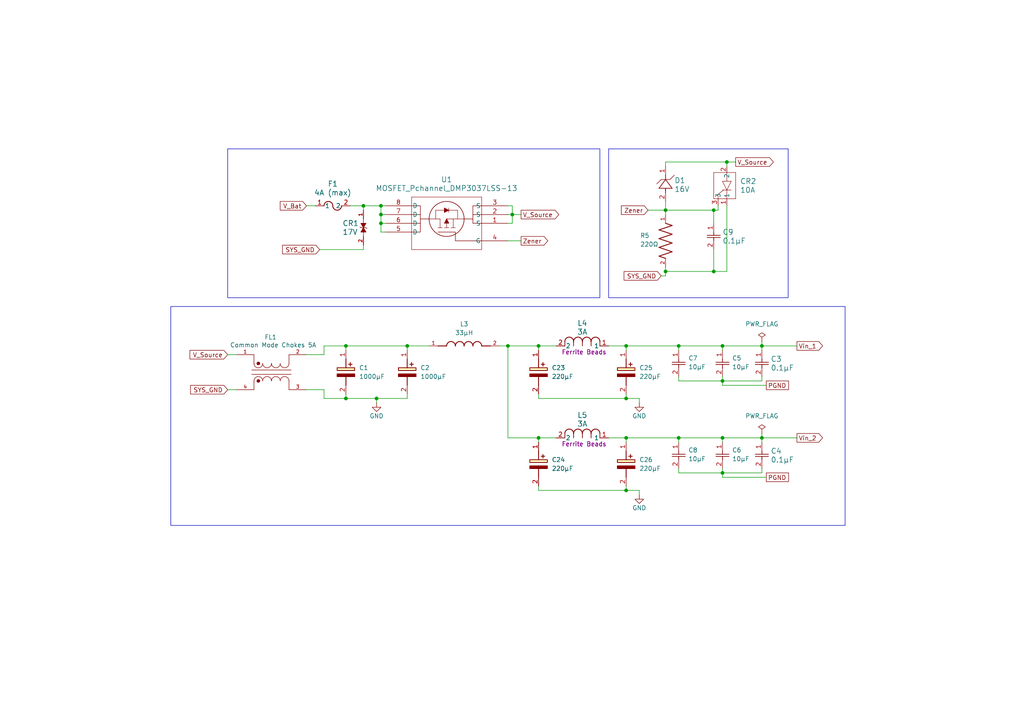
<source format=kicad_sch>
(kicad_sch
	(version 20250114)
	(generator "eeschema")
	(generator_version "9.0")
	(uuid "2faa5263-05a7-4e72-986d-95e3fa52259d")
	(paper "A4")
	(title_block
		(title "PSU_LOW-NOISE_12V_3V3-5V")
		(date "2025-02-10")
		(rev "1")
		(company "EASTLAND SUPPLY")
	)
	(lib_symbols
		(symbol "PWR_MOD:CAP_0.1_mF_CL10A104KA8NNNC"
			(pin_names
				(offset 0.254)
			)
			(exclude_from_sim no)
			(in_bom yes)
			(on_board yes)
			(property "Reference" "C"
				(at 0 3.81 0)
				(effects
					(font
						(size 1.524 1.524)
					)
				)
			)
			(property "Value" "0.1µF"
				(at 0 -3.302 0)
				(effects
					(font
						(size 1.524 1.524)
					)
				)
			)
			(property "Footprint" "CAP_CL10_SAM"
				(at -0.508 6.35 0)
				(effects
					(font
						(size 1.27 1.27)
						(italic yes)
					)
					(hide yes)
				)
			)
			(property "Datasheet" "CL10A104KA8NNNC"
				(at 0 -5.588 0)
				(effects
					(font
						(size 1.27 1.27)
						(italic yes)
					)
					(hide yes)
				)
			)
			(property "Description" ""
				(at -3.81 0 0)
				(effects
					(font
						(size 1.27 1.27)
					)
					(hide yes)
				)
			)
			(property "ki_locked" ""
				(at 0 0 0)
				(effects
					(font
						(size 1.27 1.27)
					)
				)
			)
			(property "ki_keywords" "CL10A104KA8NNNC"
				(at 0 0 0)
				(effects
					(font
						(size 1.27 1.27)
					)
					(hide yes)
				)
			)
			(property "ki_fp_filters" "CAP_CL10_SAM CAP_CL10_SAM-M CAP_CL10_SAM-L"
				(at 0 0 0)
				(effects
					(font
						(size 1.27 1.27)
					)
					(hide yes)
				)
			)
			(symbol "CAP_0.1_mF_CL10A104KA8NNNC_1_1"
				(polyline
					(pts
						(xy -1.27 0) (xy -0.3302 0)
					)
					(stroke
						(width 0.2032)
						(type default)
					)
					(fill
						(type none)
					)
				)
				(polyline
					(pts
						(xy -0.3302 -1.905) (xy -0.3302 1.905)
					)
					(stroke
						(width 0.2032)
						(type default)
					)
					(fill
						(type none)
					)
				)
				(polyline
					(pts
						(xy 0.3048 0) (xy 1.27 0)
					)
					(stroke
						(width 0.2032)
						(type default)
					)
					(fill
						(type none)
					)
				)
				(polyline
					(pts
						(xy 0.3048 -1.905) (xy 0.3048 1.905)
					)
					(stroke
						(width 0.2032)
						(type default)
					)
					(fill
						(type none)
					)
				)
				(pin unspecified line
					(at -3.81 0 0)
					(length 2.54)
					(name ""
						(effects
							(font
								(size 1.27 1.27)
							)
						)
					)
					(number "1"
						(effects
							(font
								(size 1.27 1.27)
							)
						)
					)
				)
				(pin unspecified line
					(at 3.81 0 180)
					(length 2.54)
					(name ""
						(effects
							(font
								(size 1.27 1.27)
							)
						)
					)
					(number "2"
						(effects
							(font
								(size 1.27 1.27)
							)
						)
					)
				)
			)
			(symbol "CAP_0.1_mF_CL10A104KA8NNNC_1_2"
				(polyline
					(pts
						(xy -1.905 -3.4798) (xy 1.905 -3.4798)
					)
					(stroke
						(width 0.2032)
						(type default)
					)
					(fill
						(type none)
					)
				)
				(polyline
					(pts
						(xy -1.905 -4.1148) (xy 1.905 -4.1148)
					)
					(stroke
						(width 0.2032)
						(type default)
					)
					(fill
						(type none)
					)
				)
				(polyline
					(pts
						(xy 0 -2.54) (xy 0 -3.4798)
					)
					(stroke
						(width 0.2032)
						(type default)
					)
					(fill
						(type none)
					)
				)
				(polyline
					(pts
						(xy 0 -4.1148) (xy 0 -5.08)
					)
					(stroke
						(width 0.2032)
						(type default)
					)
					(fill
						(type none)
					)
				)
				(pin unspecified line
					(at 0 0 270)
					(length 2.54)
					(name ""
						(effects
							(font
								(size 1.27 1.27)
							)
						)
					)
					(number "1"
						(effects
							(font
								(size 1.27 1.27)
							)
						)
					)
				)
				(pin unspecified line
					(at 0 -7.62 90)
					(length 2.54)
					(name ""
						(effects
							(font
								(size 1.27 1.27)
							)
						)
					)
					(number "2"
						(effects
							(font
								(size 1.27 1.27)
							)
						)
					)
				)
			)
			(embedded_fonts no)
		)
		(symbol "PWR_MOD:CAP_1000_uF_A750MV108M1EAAE014"
			(pin_names
				(hide yes)
			)
			(exclude_from_sim no)
			(in_bom yes)
			(on_board yes)
			(property "Reference" "C"
				(at -0.762 7.112 0)
				(effects
					(font
						(size 1.27 1.27)
					)
					(justify left top)
				)
			)
			(property "Value" "1000µF"
				(at -3.556 4.826 0)
				(effects
					(font
						(size 1.27 1.27)
					)
					(justify left top)
				)
			)
			(property "Footprint" "CAPPRD500W65D1000H1600"
				(at 8.89 -96.19 0)
				(effects
					(font
						(size 1.27 1.27)
					)
					(justify left top)
					(hide yes)
				)
			)
			(property "Datasheet" "https://content.kemet.com/datasheets/KEM_A4067_A750.pdf"
				(at 8.89 -196.19 0)
				(effects
					(font
						(size 1.27 1.27)
					)
					(justify left top)
					(hide yes)
				)
			)
			(property "Description" "A750, Aluminum, Polymer Aluminum, 1,000 uF, 20%, 25 VDC, -55/+105C, 105C, -55C, 105C, 2,000 Hrs, 12 % , 14 mOhms, 5,000 uA, 10mm, 14mm, Lead Spacing = 5mm, 19mm, 250"
				(at 0 14.732 0)
				(effects
					(font
						(size 1.27 1.27)
					)
					(hide yes)
				)
			)
			(property "Height" "16"
				(at 8.89 -396.19 0)
				(effects
					(font
						(size 1.27 1.27)
					)
					(justify left top)
					(hide yes)
				)
			)
			(property "Mouser Part Number" "80-A750MV108M1EAAE14"
				(at 8.89 -496.19 0)
				(effects
					(font
						(size 1.27 1.27)
					)
					(justify left top)
					(hide yes)
				)
			)
			(property "Mouser Price/Stock" "https://www.mouser.co.uk/ProductDetail/KEMET/A750MV108M1EAAE014?qs=vmHwEFxEFR%2FIhm5HsH8zPQ%3D%3D"
				(at 8.89 -596.19 0)
				(effects
					(font
						(size 1.27 1.27)
					)
					(justify left top)
					(hide yes)
				)
			)
			(property "Manufacturer_Name" "KEMET"
				(at 8.89 -696.19 0)
				(effects
					(font
						(size 1.27 1.27)
					)
					(justify left top)
					(hide yes)
				)
			)
			(property "Manufacturer_Part_Number" "A750MV108M1EAAE014"
				(at 8.89 -796.19 0)
				(effects
					(font
						(size 1.27 1.27)
					)
					(justify left top)
					(hide yes)
				)
			)
			(symbol "CAP_1000_uF_A750MV108M1EAAE014_1_1"
				(polyline
					(pts
						(xy -3.81 0) (xy -1.27 0)
					)
					(stroke
						(width 0.254)
						(type default)
					)
					(fill
						(type none)
					)
				)
				(polyline
					(pts
						(xy -2.286 1.778) (xy -2.286 0.762)
					)
					(stroke
						(width 0.254)
						(type default)
					)
					(fill
						(type none)
					)
				)
				(polyline
					(pts
						(xy -1.778 1.27) (xy -2.794 1.27)
					)
					(stroke
						(width 0.254)
						(type default)
					)
					(fill
						(type none)
					)
				)
				(rectangle
					(start -1.27 2.54)
					(end -0.508 -2.54)
					(stroke
						(width 0.254)
						(type default)
					)
					(fill
						(type background)
					)
				)
				(polyline
					(pts
						(xy 1.27 2.54) (xy 1.27 -2.54) (xy 0.508 -2.54) (xy 0.508 2.54) (xy 1.27 2.54)
					)
					(stroke
						(width 0.254)
						(type default)
					)
					(fill
						(type outline)
					)
				)
				(polyline
					(pts
						(xy 1.27 0) (xy 3.81 0)
					)
					(stroke
						(width 0.254)
						(type default)
					)
					(fill
						(type none)
					)
				)
				(pin passive line
					(at -6.35 0 0)
					(length 2.54)
					(name "+"
						(effects
							(font
								(size 1.27 1.27)
							)
						)
					)
					(number "1"
						(effects
							(font
								(size 1.27 1.27)
							)
						)
					)
				)
				(pin passive line
					(at 6.35 0 180)
					(length 2.54)
					(name "-"
						(effects
							(font
								(size 1.27 1.27)
							)
						)
					)
					(number "2"
						(effects
							(font
								(size 1.27 1.27)
							)
						)
					)
				)
			)
			(embedded_fonts no)
		)
		(symbol "PWR_MOD:CAP_10_mF_CL31A106KAHNNNE"
			(pin_names
				(offset 1.016)
			)
			(exclude_from_sim no)
			(in_bom yes)
			(on_board yes)
			(property "Reference" "C"
				(at -0.762 2.286 0)
				(effects
					(font
						(size 1.27 1.27)
					)
					(justify left bottom)
				)
			)
			(property "Value" "10µF"
				(at -2.54 -3.81 0)
				(effects
					(font
						(size 1.27 1.27)
					)
					(justify left bottom)
				)
			)
			(property "Footprint" "CL31A106KAHNNNE:CAPC3216X140N"
				(at 0.508 8.89 0)
				(effects
					(font
						(size 1.27 1.27)
					)
					(justify bottom)
					(hide yes)
				)
			)
			(property "Datasheet" ""
				(at 0 0 0)
				(effects
					(font
						(size 1.27 1.27)
					)
					(hide yes)
				)
			)
			(property "Description" ""
				(at 0 0 0)
				(effects
					(font
						(size 1.27 1.27)
					)
					(hide yes)
				)
			)
			(symbol "CAP_10_mF_CL31A106KAHNNNE_1_1"
				(polyline
					(pts
						(xy -1.27 0) (xy -0.3302 0)
					)
					(stroke
						(width 0.2032)
						(type default)
					)
					(fill
						(type none)
					)
				)
				(polyline
					(pts
						(xy -0.3302 -1.905) (xy -0.3302 1.905)
					)
					(stroke
						(width 0.2032)
						(type default)
					)
					(fill
						(type none)
					)
				)
				(polyline
					(pts
						(xy 0.3048 0) (xy 1.27 0)
					)
					(stroke
						(width 0.2032)
						(type default)
					)
					(fill
						(type none)
					)
				)
				(polyline
					(pts
						(xy 0.3048 -1.905) (xy 0.3048 1.905)
					)
					(stroke
						(width 0.2032)
						(type default)
					)
					(fill
						(type none)
					)
				)
				(pin unspecified line
					(at -3.81 0 0)
					(length 2.54)
					(name ""
						(effects
							(font
								(size 1.27 1.27)
							)
						)
					)
					(number "1"
						(effects
							(font
								(size 1.27 1.27)
							)
						)
					)
				)
				(pin unspecified line
					(at 3.81 0 180)
					(length 2.54)
					(name ""
						(effects
							(font
								(size 1.27 1.27)
							)
						)
					)
					(number "2"
						(effects
							(font
								(size 1.27 1.27)
							)
						)
					)
				)
			)
			(embedded_fonts no)
		)
		(symbol "PWR_MOD:CAP_220_uF_A750KS227M1EEAE015"
			(pin_names
				(hide yes)
			)
			(exclude_from_sim no)
			(in_bom yes)
			(on_board yes)
			(property "Reference" "C"
				(at -1.016 6.35 0)
				(effects
					(font
						(size 1.27 1.27)
					)
					(justify left top)
				)
			)
			(property "Value" "220µF"
				(at -2.794 4.572 0)
				(effects
					(font
						(size 1.27 1.27)
					)
					(justify left top)
				)
			)
			(property "Footprint" "CAPPRD350W65D800H1300"
				(at -29.718 24.13 0)
				(effects
					(font
						(size 1.27 1.27)
					)
					(justify left top)
					(hide yes)
				)
			)
			(property "Datasheet" "https://content.kemet.com/datasheets/KEM_A4067_A750.pdf"
				(at -45.212 14.224 0)
				(effects
					(font
						(size 1.27 1.27)
					)
					(justify left top)
					(hide yes)
				)
			)
			(property "Description" "A750, Aluminum, Polymer Aluminum, 220 uF, 20%, 25 VDC, -55/+105C, 105C, -55C, 105C, 2,000 Hrs, 12 % , 14 mOhms, 5,000 uA, 10mm, 14mm, Lead Spacing = 3.5mm, 13mm, 250"
				(at 10.414 15.748 0)
				(effects
					(font
						(size 1.27 1.27)
					)
					(hide yes)
				)
			)
			(property "Height" "13"
				(at -21.082 11.684 0)
				(effects
					(font
						(size 1.27 1.27)
					)
					(justify left top)
					(hide yes)
				)
			)
			(property "Mouser Part Number" "A750KS227M1EEAE015"
				(at -39.624 21.59 0)
				(effects
					(font
						(size 1.27 1.27)
					)
					(justify left top)
					(hide yes)
				)
			)
			(property "Mouser Price/Stock" "https://www.digikey.com/en/products/detail/kemet/A750KS227M1EEAE015/18118496"
				(at -59.436 19.05 0)
				(effects
					(font
						(size 1.27 1.27)
					)
					(justify left top)
					(hide yes)
				)
			)
			(property "Manufacturer_Name" "KEMET"
				(at -27.686 11.684 0)
				(effects
					(font
						(size 1.27 1.27)
					)
					(justify left top)
					(hide yes)
				)
			)
			(property "Manufacturer_Part_Number" "A750KS227M1EEAE015"
				(at -16.51 21.59 0)
				(effects
					(font
						(size 1.27 1.27)
					)
					(justify left top)
					(hide yes)
				)
			)
			(symbol "CAP_220_uF_A750KS227M1EEAE015_1_1"
				(polyline
					(pts
						(xy -3.81 0) (xy -1.27 0)
					)
					(stroke
						(width 0.254)
						(type default)
					)
					(fill
						(type none)
					)
				)
				(polyline
					(pts
						(xy -2.286 1.778) (xy -2.286 0.762)
					)
					(stroke
						(width 0.254)
						(type default)
					)
					(fill
						(type none)
					)
				)
				(polyline
					(pts
						(xy -1.778 1.27) (xy -2.794 1.27)
					)
					(stroke
						(width 0.254)
						(type default)
					)
					(fill
						(type none)
					)
				)
				(rectangle
					(start -1.27 2.54)
					(end -0.508 -2.54)
					(stroke
						(width 0.254)
						(type default)
					)
					(fill
						(type background)
					)
				)
				(polyline
					(pts
						(xy 1.27 2.54) (xy 1.27 -2.54) (xy 0.508 -2.54) (xy 0.508 2.54) (xy 1.27 2.54)
					)
					(stroke
						(width 0.254)
						(type default)
					)
					(fill
						(type outline)
					)
				)
				(polyline
					(pts
						(xy 1.27 0) (xy 3.81 0)
					)
					(stroke
						(width 0.254)
						(type default)
					)
					(fill
						(type none)
					)
				)
				(pin passive line
					(at -6.35 0 0)
					(length 2.54)
					(name "+"
						(effects
							(font
								(size 1.27 1.27)
							)
						)
					)
					(number "1"
						(effects
							(font
								(size 1.27 1.27)
							)
						)
					)
				)
				(pin passive line
					(at 6.35 0 180)
					(length 2.54)
					(name "-"
						(effects
							(font
								(size 1.27 1.27)
							)
						)
					)
					(number "2"
						(effects
							(font
								(size 1.27 1.27)
							)
						)
					)
				)
			)
			(embedded_fonts no)
		)
		(symbol "PWR_MOD:DIO_TVS_ZENER_17V_SMAJ17CA"
			(pin_names
				(offset 0.254)
			)
			(exclude_from_sim no)
			(in_bom yes)
			(on_board yes)
			(property "Reference" "CR"
				(at 0 2.794 0)
				(effects
					(font
						(size 1.524 1.524)
					)
				)
			)
			(property "Value" "17V"
				(at 0 -2.794 0)
				(effects
					(font
						(size 1.524 1.524)
					)
				)
			)
			(property "Footprint" "SMASeries_LTF"
				(at -0.508 10.16 0)
				(effects
					(font
						(size 1.27 1.27)
						(italic yes)
					)
					(hide yes)
				)
			)
			(property "Datasheet" "SMAJ17CA"
				(at 0 13.97 0)
				(effects
					(font
						(size 1.27 1.27)
						(italic yes)
					)
					(hide yes)
				)
			)
			(property "Description" ""
				(at -5.08 0 0)
				(effects
					(font
						(size 1.27 1.27)
					)
					(hide yes)
				)
			)
			(property "ki_locked" ""
				(at 0 0 0)
				(effects
					(font
						(size 1.27 1.27)
					)
				)
			)
			(property "ki_keywords" "SMAJ17CA"
				(at 0 0 0)
				(effects
					(font
						(size 1.27 1.27)
					)
					(hide yes)
				)
			)
			(property "ki_fp_filters" "SMASeries_LTF SMASeries_LTF-M SMASeries_LTF-L"
				(at 0 0 0)
				(effects
					(font
						(size 1.27 1.27)
					)
					(hide yes)
				)
			)
			(symbol "DIO_TVS_ZENER_17V_SMAJ17CA_0_0"
				(polyline
					(pts
						(xy -1.27 0) (xy -2.54 0)
					)
					(stroke
						(width 0.1524)
						(type default)
					)
					(fill
						(type none)
					)
				)
				(polyline
					(pts
						(xy 0 0.762) (xy 0.254 1.016)
					)
					(stroke
						(width 0.1524)
						(type default)
					)
					(fill
						(type none)
					)
				)
				(polyline
					(pts
						(xy 0 0) (xy -1.27 -0.762) (xy -1.27 0.762) (xy 0 0)
					)
					(stroke
						(width 0.1524)
						(type default)
					)
					(fill
						(type outline)
					)
				)
				(polyline
					(pts
						(xy 0 0) (xy 1.27 0.762) (xy 1.27 -0.762) (xy 0 0)
					)
					(stroke
						(width 0.1524)
						(type default)
					)
					(fill
						(type outline)
					)
				)
				(polyline
					(pts
						(xy 0 -0.762) (xy -0.254 -1.016)
					)
					(stroke
						(width 0.1524)
						(type default)
					)
					(fill
						(type none)
					)
				)
				(polyline
					(pts
						(xy 0 -0.762) (xy 0 0.762)
					)
					(stroke
						(width 0.1524)
						(type default)
					)
					(fill
						(type none)
					)
				)
				(polyline
					(pts
						(xy 1.27 0) (xy 2.54 0)
					)
					(stroke
						(width 0.1524)
						(type default)
					)
					(fill
						(type none)
					)
				)
				(pin passive line
					(at -5.08 0 0)
					(length 2.54)
					(name "~"
						(effects
							(font
								(size 1.016 1.016)
							)
						)
					)
					(number "1"
						(effects
							(font
								(size 1.016 1.016)
							)
						)
					)
				)
				(pin passive line
					(at 5.08 0 180)
					(length 2.54)
					(name "~"
						(effects
							(font
								(size 1.016 1.016)
							)
						)
					)
					(number "2"
						(effects
							(font
								(size 1.016 1.016)
							)
						)
					)
				)
			)
			(symbol "DIO_TVS_ZENER_17V_SMAJ17CA_1_2"
				(polyline
					(pts
						(xy -1.905 3.81) (xy 1.905 3.81)
					)
					(stroke
						(width 0.2032)
						(type default)
					)
					(fill
						(type none)
					)
				)
				(polyline
					(pts
						(xy 0 6.35) (xy -1.905 3.81)
					)
					(stroke
						(width 0.2032)
						(type default)
					)
					(fill
						(type none)
					)
				)
				(polyline
					(pts
						(xy 0 6.35) (xy 0 7.62)
					)
					(stroke
						(width 0.2032)
						(type default)
					)
					(fill
						(type none)
					)
				)
				(polyline
					(pts
						(xy 0 3.175) (xy 0 3.81)
					)
					(stroke
						(width 0.2032)
						(type default)
					)
					(fill
						(type none)
					)
				)
				(polyline
					(pts
						(xy 0 2.54) (xy 0 3.4798)
					)
					(stroke
						(width 0.2032)
						(type default)
					)
					(fill
						(type none)
					)
				)
				(polyline
					(pts
						(xy 1.905 6.35) (xy -1.905 6.35)
					)
					(stroke
						(width 0.2032)
						(type default)
					)
					(fill
						(type none)
					)
				)
				(polyline
					(pts
						(xy 1.905 3.81) (xy 0 6.35)
					)
					(stroke
						(width 0.2032)
						(type default)
					)
					(fill
						(type none)
					)
				)
				(pin unspecified line
					(at 0 10.16 270)
					(length 2.54)
					(name ""
						(effects
							(font
								(size 1.27 1.27)
							)
						)
					)
					(number "1"
						(effects
							(font
								(size 1.27 1.27)
							)
						)
					)
				)
				(pin unspecified line
					(at 0 0 90)
					(length 2.54)
					(name ""
						(effects
							(font
								(size 1.27 1.27)
							)
						)
					)
					(number "2"
						(effects
							(font
								(size 1.27 1.27)
							)
						)
					)
				)
			)
			(embedded_fonts no)
		)
		(symbol "PWR_MOD:DIO_ZENER_16V_D3Z16BF-7"
			(pin_names
				(offset 0.254)
			)
			(exclude_from_sim no)
			(in_bom yes)
			(on_board yes)
			(property "Reference" "D"
				(at 0.254 7.366 0)
				(effects
					(font
						(size 1.524 1.524)
					)
				)
			)
			(property "Value" "16V"
				(at 0.254 4.826 0)
				(effects
					(font
						(size 1.524 1.524)
					)
				)
			)
			(property "Footprint" "SOD323F_DIO"
				(at 0 13.97 0)
				(effects
					(font
						(size 1.27 1.27)
						(italic yes)
					)
					(hide yes)
				)
			)
			(property "Datasheet" "D3Z16BF-7"
				(at 11.684 17.526 0)
				(effects
					(font
						(size 1.27 1.27)
						(italic yes)
					)
					(hide yes)
				)
			)
			(property "Description" ""
				(at 0 0 0)
				(effects
					(font
						(size 1.27 1.27)
					)
					(hide yes)
				)
			)
			(property "ki_locked" ""
				(at 0 0 0)
				(effects
					(font
						(size 1.27 1.27)
					)
				)
			)
			(property "ki_keywords" "D3Z16BF-7"
				(at 0 0 0)
				(effects
					(font
						(size 1.27 1.27)
					)
					(hide yes)
				)
			)
			(property "ki_fp_filters" "SOD323F_DIO SOD323F_DIO-M SOD323F_DIO-L"
				(at 0 0 0)
				(effects
					(font
						(size 1.27 1.27)
					)
					(hide yes)
				)
			)
			(symbol "DIO_ZENER_16V_D3Z16BF-7_1_1"
				(polyline
					(pts
						(xy -2.54 0) (xy -1.6002 0)
					)
					(stroke
						(width 0.2032)
						(type default)
					)
					(fill
						(type none)
					)
				)
				(polyline
					(pts
						(xy -1.905 0) (xy -1.27 0)
					)
					(stroke
						(width 0.2032)
						(type default)
					)
					(fill
						(type none)
					)
				)
				(polyline
					(pts
						(xy -1.27 1.905) (xy -1.27 -1.905)
					)
					(stroke
						(width 0.2032)
						(type default)
					)
					(fill
						(type none)
					)
				)
				(polyline
					(pts
						(xy -1.27 -1.905) (xy 1.27 0)
					)
					(stroke
						(width 0.2032)
						(type default)
					)
					(fill
						(type none)
					)
				)
				(polyline
					(pts
						(xy 1.27 1.27) (xy 0 2.54)
					)
					(stroke
						(width 0)
						(type default)
					)
					(fill
						(type none)
					)
				)
				(polyline
					(pts
						(xy 1.27 1.27) (xy 1.27 -1.27) (xy 2.54 -2.54)
					)
					(stroke
						(width 0)
						(type default)
					)
					(fill
						(type none)
					)
				)
				(polyline
					(pts
						(xy 1.27 0) (xy -1.27 1.905)
					)
					(stroke
						(width 0.2032)
						(type default)
					)
					(fill
						(type none)
					)
				)
				(polyline
					(pts
						(xy 1.27 0) (xy 2.54 0)
					)
					(stroke
						(width 0.2032)
						(type default)
					)
					(fill
						(type none)
					)
				)
				(pin unspecified line
					(at -5.08 0 0)
					(length 2.54)
					(name ""
						(effects
							(font
								(size 1.27 1.27)
							)
						)
					)
					(number "2"
						(effects
							(font
								(size 1.27 1.27)
							)
						)
					)
				)
				(pin unspecified line
					(at 5.08 0 180)
					(length 2.54)
					(name ""
						(effects
							(font
								(size 1.27 1.27)
							)
						)
					)
					(number "1"
						(effects
							(font
								(size 1.27 1.27)
							)
						)
					)
				)
			)
			(embedded_fonts no)
		)
		(symbol "PWR_MOD:FER_BEADS_3A_MPZ1608S101ATAH0"
			(pin_names
				(offset 0.254)
			)
			(exclude_from_sim no)
			(in_bom yes)
			(on_board yes)
			(property "Reference" "L"
				(at 6.985 5.08 0)
				(effects
					(font
						(size 1.524 1.524)
					)
				)
			)
			(property "Value" "FER_BEADS_3A_MPZ1608S101ATAH0"
				(at 6.985 -2.54 0)
				(effects
					(font
						(size 1.524 1.524)
					)
				)
			)
			(property "Footprint" "IND_1608_TDK"
				(at 0.762 8.636 0)
				(effects
					(font
						(size 1.27 1.27)
						(italic yes)
					)
					(hide yes)
				)
			)
			(property "Datasheet" "MPZ1608S101ATAH0"
				(at 2.032 11.176 0)
				(effects
					(font
						(size 1.27 1.27)
						(italic yes)
					)
					(hide yes)
				)
			)
			(property "Description" ""
				(at 0 0 0)
				(effects
					(font
						(size 1.27 1.27)
					)
					(hide yes)
				)
			)
			(property "ki_locked" ""
				(at 0 0 0)
				(effects
					(font
						(size 1.27 1.27)
					)
				)
			)
			(property "ki_keywords" "MPZ1608S101ATAH0"
				(at 0 0 0)
				(effects
					(font
						(size 1.27 1.27)
					)
					(hide yes)
				)
			)
			(property "ki_fp_filters" "IND_1608_TDK IND_1608_TDK-M IND_1608_TDK-L"
				(at 0 0 0)
				(effects
					(font
						(size 1.27 1.27)
					)
					(hide yes)
				)
			)
			(symbol "FER_BEADS_3A_MPZ1608S101ATAH0_1_1"
				(polyline
					(pts
						(xy 2.54 0) (xy 2.54 1.27)
					)
					(stroke
						(width 0.2032)
						(type default)
					)
					(fill
						(type none)
					)
				)
				(arc
					(start 2.54 1.27)
					(mid 3.81 2.5344)
					(end 5.08 1.27)
					(stroke
						(width 0.254)
						(type default)
					)
					(fill
						(type none)
					)
				)
				(polyline
					(pts
						(xy 5.08 0) (xy 5.08 1.27)
					)
					(stroke
						(width 0.2032)
						(type default)
					)
					(fill
						(type none)
					)
				)
				(arc
					(start 5.08 1.27)
					(mid 6.35 2.5344)
					(end 7.62 1.27)
					(stroke
						(width 0.254)
						(type default)
					)
					(fill
						(type none)
					)
				)
				(polyline
					(pts
						(xy 7.62 0) (xy 7.62 1.27)
					)
					(stroke
						(width 0.2032)
						(type default)
					)
					(fill
						(type none)
					)
				)
				(arc
					(start 7.62 1.27)
					(mid 8.89 2.5344)
					(end 10.16 1.27)
					(stroke
						(width 0.254)
						(type default)
					)
					(fill
						(type none)
					)
				)
				(polyline
					(pts
						(xy 10.16 0) (xy 10.16 1.27)
					)
					(stroke
						(width 0.2032)
						(type default)
					)
					(fill
						(type none)
					)
				)
				(arc
					(start 10.16 1.27)
					(mid 11.43 2.5344)
					(end 12.7 1.27)
					(stroke
						(width 0.254)
						(type default)
					)
					(fill
						(type none)
					)
				)
				(polyline
					(pts
						(xy 12.7 0) (xy 12.7 1.27)
					)
					(stroke
						(width 0.2032)
						(type default)
					)
					(fill
						(type none)
					)
				)
				(pin unspecified line
					(at 0 0 0)
					(length 2.54)
					(name "2"
						(effects
							(font
								(size 1.27 1.27)
							)
						)
					)
					(number "2"
						(effects
							(font
								(size 1.27 1.27)
							)
						)
					)
				)
				(pin unspecified line
					(at 15.24 0 180)
					(length 2.54)
					(name "1"
						(effects
							(font
								(size 1.27 1.27)
							)
						)
					)
					(number "1"
						(effects
							(font
								(size 1.27 1.27)
							)
						)
					)
				)
			)
			(symbol "FER_BEADS_3A_MPZ1608S101ATAH0_1_2"
				(arc
					(start -1.27 10.16)
					(mid -2.5344 11.43)
					(end -1.27 12.7)
					(stroke
						(width 0.254)
						(type default)
					)
					(fill
						(type none)
					)
				)
				(arc
					(start -1.27 7.62)
					(mid -2.5344 8.89)
					(end -1.27 10.16)
					(stroke
						(width 0.254)
						(type default)
					)
					(fill
						(type none)
					)
				)
				(arc
					(start -1.27 5.08)
					(mid -2.5344 6.35)
					(end -1.27 7.62)
					(stroke
						(width 0.254)
						(type default)
					)
					(fill
						(type none)
					)
				)
				(arc
					(start -1.27 2.54)
					(mid -2.5344 3.81)
					(end -1.27 5.08)
					(stroke
						(width 0.254)
						(type default)
					)
					(fill
						(type none)
					)
				)
				(polyline
					(pts
						(xy 0 12.7) (xy -1.27 12.7)
					)
					(stroke
						(width 0.2032)
						(type default)
					)
					(fill
						(type none)
					)
				)
				(polyline
					(pts
						(xy 0 10.16) (xy -1.27 10.16)
					)
					(stroke
						(width 0.2032)
						(type default)
					)
					(fill
						(type none)
					)
				)
				(polyline
					(pts
						(xy 0 7.62) (xy -1.27 7.62)
					)
					(stroke
						(width 0.2032)
						(type default)
					)
					(fill
						(type none)
					)
				)
				(polyline
					(pts
						(xy 0 5.08) (xy -1.27 5.08)
					)
					(stroke
						(width 0.2032)
						(type default)
					)
					(fill
						(type none)
					)
				)
				(polyline
					(pts
						(xy 0 2.54) (xy -1.27 2.54)
					)
					(stroke
						(width 0.2032)
						(type default)
					)
					(fill
						(type none)
					)
				)
				(pin unspecified line
					(at 0 15.24 270)
					(length 2.54)
					(name "1"
						(effects
							(font
								(size 1.27 1.27)
							)
						)
					)
					(number "1"
						(effects
							(font
								(size 1.27 1.27)
							)
						)
					)
				)
				(pin unspecified line
					(at 0 0 90)
					(length 2.54)
					(name "2"
						(effects
							(font
								(size 1.27 1.27)
							)
						)
					)
					(number "2"
						(effects
							(font
								(size 1.27 1.27)
							)
						)
					)
				)
			)
			(embedded_fonts no)
		)
		(symbol "PWR_MOD:FILTER_5A_ACMP-5025-251-T"
			(pin_names
				(offset 1.016)
			)
			(exclude_from_sim no)
			(in_bom yes)
			(on_board yes)
			(property "Reference" "FL"
				(at -0.762 7.112 0)
				(effects
					(font
						(size 1.27 1.27)
					)
					(justify left bottom)
				)
			)
			(property "Value" "Common Mode Chokes 5A"
				(at -12.954 -7.62 0)
				(effects
					(font
						(size 1.27 1.27)
					)
					(justify left bottom)
				)
			)
			(property "Footprint" "ACMP-5025-251-T:FIL_ACMP-5025-251-T"
				(at 0.762 19.05 0)
				(effects
					(font
						(size 1.27 1.27)
					)
					(justify bottom)
					(hide yes)
				)
			)
			(property "Datasheet" ""
				(at 0 0 0)
				(effects
					(font
						(size 1.27 1.27)
					)
					(hide yes)
				)
			)
			(property "Description" ""
				(at 0 0 0)
				(effects
					(font
						(size 1.27 1.27)
					)
					(hide yes)
				)
			)
			(property "PARTREV" "B"
				(at 17.018 13.462 0)
				(effects
					(font
						(size 1.27 1.27)
					)
					(justify bottom)
					(hide yes)
				)
			)
			(property "MANUFACTURER" "Abracon"
				(at 12.446 13.462 0)
				(effects
					(font
						(size 1.27 1.27)
					)
					(justify bottom)
					(hide yes)
				)
			)
			(property "MAXIMUM_PACKAGE_HEIGHT" "2.5 mm"
				(at 3.81 13.462 0)
				(effects
					(font
						(size 1.27 1.27)
					)
					(justify bottom)
					(hide yes)
				)
			)
			(property "STANDARD" "Manufacturer Recommendations"
				(at -0.762 16.002 0)
				(effects
					(font
						(size 1.27 1.27)
					)
					(justify bottom)
					(hide yes)
				)
			)
			(symbol "FILTER_5A_ACMP-5025-251-T_0_0"
				(polyline
					(pts
						(xy -5.715 0.635) (xy 5.715 0.635)
					)
					(stroke
						(width 0.1524)
						(type default)
					)
					(fill
						(type none)
					)
				)
				(polyline
					(pts
						(xy -5.715 -0.635) (xy 5.715 -0.635)
					)
					(stroke
						(width 0.1524)
						(type default)
					)
					(fill
						(type none)
					)
				)
				(polyline
					(pts
						(xy -5.08 2.54) (xy -5.08 5.08)
					)
					(stroke
						(width 0.1524)
						(type default)
					)
					(fill
						(type none)
					)
				)
				(polyline
					(pts
						(xy -5.08 -2.54) (xy -5.08 -5.08)
					)
					(stroke
						(width 0.1524)
						(type default)
					)
					(fill
						(type none)
					)
				)
				(arc
					(start -2.54 2.54)
					(mid -3.81 1.2755)
					(end -5.08 2.54)
					(stroke
						(width 0.1524)
						(type default)
					)
					(fill
						(type none)
					)
				)
				(circle
					(center -3.81 2.54)
					(radius 0.254)
					(stroke
						(width 0.508)
						(type default)
					)
					(fill
						(type none)
					)
				)
				(circle
					(center -3.81 -2.54)
					(radius 0.254)
					(stroke
						(width 0.508)
						(type default)
					)
					(fill
						(type none)
					)
				)
				(arc
					(start -5.08 -2.54)
					(mid -3.81 -1.2755)
					(end -2.54 -2.54)
					(stroke
						(width 0.1524)
						(type default)
					)
					(fill
						(type none)
					)
				)
				(arc
					(start 0 2.54)
					(mid -1.27 1.2755)
					(end -2.54 2.54)
					(stroke
						(width 0.1524)
						(type default)
					)
					(fill
						(type none)
					)
				)
				(arc
					(start -2.54 -2.54)
					(mid -1.27 -1.2755)
					(end 0 -2.54)
					(stroke
						(width 0.1524)
						(type default)
					)
					(fill
						(type none)
					)
				)
				(arc
					(start 2.54 2.54)
					(mid 1.27 1.2755)
					(end 0 2.54)
					(stroke
						(width 0.1524)
						(type default)
					)
					(fill
						(type none)
					)
				)
				(arc
					(start 0 -2.54)
					(mid 1.27 -1.2755)
					(end 2.54 -2.54)
					(stroke
						(width 0.1524)
						(type default)
					)
					(fill
						(type none)
					)
				)
				(arc
					(start 5.08 2.54)
					(mid 3.81 1.2755)
					(end 2.54 2.54)
					(stroke
						(width 0.1524)
						(type default)
					)
					(fill
						(type none)
					)
				)
				(arc
					(start 2.54 -2.54)
					(mid 3.81 -1.2755)
					(end 5.08 -2.54)
					(stroke
						(width 0.1524)
						(type default)
					)
					(fill
						(type none)
					)
				)
				(polyline
					(pts
						(xy 5.08 2.54) (xy 5.08 5.08)
					)
					(stroke
						(width 0.1524)
						(type default)
					)
					(fill
						(type none)
					)
				)
				(polyline
					(pts
						(xy 5.08 -2.54) (xy 5.08 -5.08)
					)
					(stroke
						(width 0.1524)
						(type default)
					)
					(fill
						(type none)
					)
				)
				(pin passive line
					(at -10.16 5.08 0)
					(length 5.08)
					(name "~"
						(effects
							(font
								(size 1.016 1.016)
							)
						)
					)
					(number "1"
						(effects
							(font
								(size 1.016 1.016)
							)
						)
					)
				)
				(pin passive line
					(at -10.16 -5.08 0)
					(length 5.08)
					(name "~"
						(effects
							(font
								(size 1.016 1.016)
							)
						)
					)
					(number "4"
						(effects
							(font
								(size 1.016 1.016)
							)
						)
					)
				)
				(pin passive line
					(at 10.16 5.08 180)
					(length 5.08)
					(name "~"
						(effects
							(font
								(size 1.016 1.016)
							)
						)
					)
					(number "2"
						(effects
							(font
								(size 1.016 1.016)
							)
						)
					)
				)
				(pin passive line
					(at 10.16 -5.08 180)
					(length 5.08)
					(name "~"
						(effects
							(font
								(size 1.016 1.016)
							)
						)
					)
					(number "3"
						(effects
							(font
								(size 1.016 1.016)
							)
						)
					)
				)
			)
			(embedded_fonts no)
		)
		(symbol "PWR_MOD:FUSE_HOLDER_5x20mm_0031.8221"
			(pin_names
				(offset 0.254)
			)
			(exclude_from_sim no)
			(in_bom yes)
			(on_board yes)
			(property "Reference" "F"
				(at 0 2.794 0)
				(effects
					(font
						(size 1.524 1.524)
					)
				)
			)
			(property "Value" "10A (max)"
				(at 1.016 -3.048 0)
				(effects
					(font
						(size 1.524 1.524)
					)
				)
			)
			(property "Footprint" "FUSE_31.8221_SCH"
				(at 0.254 5.334 0)
				(effects
					(font
						(size 1.27 1.27)
						(italic yes)
					)
					(hide yes)
				)
			)
			(property "Datasheet" "0031.8221"
				(at 0 -6.858 0)
				(effects
					(font
						(size 1.27 1.27)
						(italic yes)
					)
					(hide yes)
				)
			)
			(property "Description" ""
				(at -5.08 0 0)
				(effects
					(font
						(size 1.27 1.27)
					)
					(hide yes)
				)
			)
			(property "ki_locked" ""
				(at 0 0 0)
				(effects
					(font
						(size 1.27 1.27)
					)
				)
			)
			(property "ki_keywords" "0031.8221"
				(at 0 0 0)
				(effects
					(font
						(size 1.27 1.27)
					)
					(hide yes)
				)
			)
			(property "ki_fp_filters" "FUSE_31.8221_SCH"
				(at 0 0 0)
				(effects
					(font
						(size 1.27 1.27)
					)
					(hide yes)
				)
			)
			(symbol "FUSE_HOLDER_5x20mm_0031.8221_1_1"
				(arc
					(start -2.54 0)
					(mid -1.27 1.2645)
					(end 0 0)
					(stroke
						(width 0.254)
						(type default)
					)
					(fill
						(type none)
					)
				)
				(arc
					(start 2.54 0)
					(mid 1.27 -1.2645)
					(end 0 0)
					(stroke
						(width 0.254)
						(type default)
					)
					(fill
						(type none)
					)
				)
				(pin unspecified line
					(at -5.08 0 0)
					(length 2.54)
					(name "1"
						(effects
							(font
								(size 1.27 1.27)
							)
						)
					)
					(number "1"
						(effects
							(font
								(size 1.27 1.27)
							)
						)
					)
				)
				(pin unspecified line
					(at 5.08 0 180)
					(length 2.54)
					(name "2"
						(effects
							(font
								(size 1.27 1.27)
							)
						)
					)
					(number "2"
						(effects
							(font
								(size 1.27 1.27)
							)
						)
					)
				)
			)
			(symbol "FUSE_HOLDER_5x20mm_0031.8221_1_2"
				(arc
					(start 0 7.62)
					(mid 1.2645 6.35)
					(end 0 5.08)
					(stroke
						(width 0.254)
						(type default)
					)
					(fill
						(type none)
					)
				)
				(arc
					(start 0 2.54)
					(mid -1.2645 3.81)
					(end 0 5.08)
					(stroke
						(width 0.254)
						(type default)
					)
					(fill
						(type none)
					)
				)
				(pin unspecified line
					(at 0 10.16 270)
					(length 2.54)
					(name "2"
						(effects
							(font
								(size 1.27 1.27)
							)
						)
					)
					(number "2"
						(effects
							(font
								(size 1.27 1.27)
							)
						)
					)
				)
				(pin unspecified line
					(at 0 0 90)
					(length 2.54)
					(name "1"
						(effects
							(font
								(size 1.27 1.27)
							)
						)
					)
					(number "1"
						(effects
							(font
								(size 1.27 1.27)
							)
						)
					)
				)
			)
			(embedded_fonts no)
		)
		(symbol "PWR_MOD:IND_33_uH_ETQP4M330KVC"
			(pin_names
				(offset 1.016)
			)
			(exclude_from_sim no)
			(in_bom yes)
			(on_board yes)
			(property "Reference" "L"
				(at -0.762 2.032 0)
				(effects
					(font
						(size 1.27 1.27)
					)
					(justify left bottom)
				)
			)
			(property "Value" "33µH"
				(at -2.54 -0.508 0)
				(effects
					(font
						(size 1.27 1.27)
					)
					(justify left top)
				)
			)
			(property "Footprint" "ETQP4M330KVC:IND_ETQP4M330KVC"
				(at 0.508 8.89 0)
				(effects
					(font
						(size 1.27 1.27)
					)
					(justify bottom)
					(hide yes)
				)
			)
			(property "Datasheet" ""
				(at 0 0 0)
				(effects
					(font
						(size 1.27 1.27)
					)
					(hide yes)
				)
			)
			(property "Description" ""
				(at 0 0 0)
				(effects
					(font
						(size 1.27 1.27)
					)
					(hide yes)
				)
			)
			(property "PARTREV" "1-Feb-20"
				(at 0.762 5.334 0)
				(effects
					(font
						(size 1.27 1.27)
					)
					(justify bottom)
					(hide yes)
				)
			)
			(property "STANDARD" "Manufacturer Recommendations"
				(at 0.254 14.224 0)
				(effects
					(font
						(size 1.27 1.27)
					)
					(justify bottom)
					(hide yes)
				)
			)
			(property "MAXIMUM_PACKAGE_HEIGHT" "4.0 mm"
				(at 0 -10.414 0)
				(effects
					(font
						(size 1.27 1.27)
					)
					(justify bottom)
					(hide yes)
				)
			)
			(property "MANUFACTURER" "Panasonic"
				(at -0.762 -12.446 0)
				(effects
					(font
						(size 1.27 1.27)
					)
					(justify bottom)
					(hide yes)
				)
			)
			(symbol "IND_33_uH_ETQP4M330KVC_0_0"
				(polyline
					(pts
						(xy -5.08 0) (xy -7.62 0)
					)
					(stroke
						(width 0.254)
						(type default)
					)
					(fill
						(type none)
					)
				)
				(arc
					(start -5.08 0)
					(mid -3.81 1.2645)
					(end -2.54 0)
					(stroke
						(width 0.254)
						(type default)
					)
					(fill
						(type none)
					)
				)
				(arc
					(start -2.54 0)
					(mid -1.27 1.2645)
					(end 0 0)
					(stroke
						(width 0.254)
						(type default)
					)
					(fill
						(type none)
					)
				)
				(arc
					(start 0 0)
					(mid 1.27 1.2645)
					(end 2.54 0)
					(stroke
						(width 0.254)
						(type default)
					)
					(fill
						(type none)
					)
				)
				(arc
					(start 2.54 0)
					(mid 3.81 1.2645)
					(end 5.08 0)
					(stroke
						(width 0.254)
						(type default)
					)
					(fill
						(type none)
					)
				)
				(polyline
					(pts
						(xy 5.08 0) (xy 7.62 0)
					)
					(stroke
						(width 0.254)
						(type default)
					)
					(fill
						(type none)
					)
				)
			)
			(symbol "IND_33_uH_ETQP4M330KVC_1_0"
				(pin passive line
					(at -10.16 0 0)
					(length 2.54)
					(name "~"
						(effects
							(font
								(size 1.016 1.016)
							)
						)
					)
					(number "1"
						(effects
							(font
								(size 1.016 1.016)
							)
						)
					)
				)
				(pin passive line
					(at 10.16 0 180)
					(length 2.54)
					(name "~"
						(effects
							(font
								(size 1.016 1.016)
							)
						)
					)
					(number "2"
						(effects
							(font
								(size 1.016 1.016)
							)
						)
					)
				)
			)
			(embedded_fonts no)
		)
		(symbol "PWR_MOD:MOSFET_Pchannel_DMP3037LSS-13"
			(pin_names
				(offset 0.254)
			)
			(exclude_from_sim no)
			(in_bom yes)
			(on_board yes)
			(property "Reference" "U"
				(at 0.254 8.89 0)
				(effects
					(font
						(size 1.524 1.524)
					)
				)
			)
			(property "Value" "MOSFET_Pchannel_DMP3037LSS-13"
				(at 0.254 6.35 0)
				(effects
					(font
						(size 1.524 1.524)
					)
				)
			)
			(property "Footprint" "SO8_DIO"
				(at 21.59 -21.082 0)
				(effects
					(font
						(size 1.27 1.27)
						(italic yes)
					)
					(hide yes)
				)
			)
			(property "Datasheet" "DMP3037LSS-13"
				(at 21.336 -24.13 0)
				(effects
					(font
						(size 1.27 1.27)
						(italic yes)
					)
					(hide yes)
				)
			)
			(property "Description" ""
				(at 17.78 -7.62 0)
				(effects
					(font
						(size 1.27 1.27)
					)
					(hide yes)
				)
			)
			(property "ki_locked" ""
				(at 0 0 0)
				(effects
					(font
						(size 1.27 1.27)
					)
				)
			)
			(property "ki_keywords" "DMP3037LSS-13"
				(at 0 0 0)
				(effects
					(font
						(size 1.27 1.27)
					)
					(hide yes)
				)
			)
			(property "ki_fp_filters" "SO8_DIO SO8_DIO-M SO8_DIO-L"
				(at 0 0 0)
				(effects
					(font
						(size 1.27 1.27)
					)
					(hide yes)
				)
			)
			(symbol "MOSFET_Pchannel_DMP3037LSS-13_0_1"
				(polyline
					(pts
						(xy -10.16 5.08) (xy -10.16 -10.16)
					)
					(stroke
						(width 0.127)
						(type default)
					)
					(fill
						(type none)
					)
				)
				(polyline
					(pts
						(xy -10.16 -10.16) (xy 10.16 -10.16)
					)
					(stroke
						(width 0.127)
						(type default)
					)
					(fill
						(type none)
					)
				)
				(polyline
					(pts
						(xy -5.08 -1.27) (xy -1.905 -1.27)
					)
					(stroke
						(width 0.127)
						(type default)
					)
					(fill
						(type none)
					)
				)
				(polyline
					(pts
						(xy -3.175 1.27) (xy 3.175 1.27)
					)
					(stroke
						(width 0.127)
						(type default)
					)
					(fill
						(type none)
					)
				)
				(polyline
					(pts
						(xy -3.175 -1.27) (xy -3.175 1.27)
					)
					(stroke
						(width 0.127)
						(type default)
					)
					(fill
						(type none)
					)
				)
				(polyline
					(pts
						(xy -1.905 -3.81) (xy -1.905 -1.27)
					)
					(stroke
						(width 0.127)
						(type default)
					)
					(fill
						(type none)
					)
				)
				(polyline
					(pts
						(xy -1.27 -3.81) (xy -2.54 -3.81)
					)
					(stroke
						(width 0.127)
						(type default)
					)
					(fill
						(type none)
					)
				)
				(polyline
					(pts
						(xy -0.635 1.905) (xy -0.635 0.635)
					)
					(stroke
						(width 0.127)
						(type default)
					)
					(fill
						(type none)
					)
				)
				(polyline
					(pts
						(xy -0.635 1.905) (xy -0.635 0.635) (xy 0.635 1.27)
					)
					(stroke
						(width 0)
						(type default)
					)
					(fill
						(type outline)
					)
				)
				(polyline
					(pts
						(xy -0.635 0.635) (xy 0.635 1.27)
					)
					(stroke
						(width 0.127)
						(type default)
					)
					(fill
						(type none)
					)
				)
				(polyline
					(pts
						(xy -0.635 -2.54) (xy 0 -1.27)
					)
					(stroke
						(width 0.127)
						(type default)
					)
					(fill
						(type none)
					)
				)
				(polyline
					(pts
						(xy -0.635 -3.81) (xy 0.635 -3.81)
					)
					(stroke
						(width 0.127)
						(type default)
					)
					(fill
						(type none)
					)
				)
				(polyline
					(pts
						(xy 0 -1.27) (xy 0 -3.81)
					)
					(stroke
						(width 0.127)
						(type default)
					)
					(fill
						(type none)
					)
				)
				(polyline
					(pts
						(xy 0 -1.27) (xy 0.635 -2.54)
					)
					(stroke
						(width 0.127)
						(type default)
					)
					(fill
						(type none)
					)
				)
				(polyline
					(pts
						(xy 0.635 1.905) (xy 0.635 0.635)
					)
					(stroke
						(width 0.127)
						(type default)
					)
					(fill
						(type none)
					)
				)
				(polyline
					(pts
						(xy 0.635 1.27) (xy -0.635 1.905)
					)
					(stroke
						(width 0.127)
						(type default)
					)
					(fill
						(type none)
					)
				)
				(polyline
					(pts
						(xy 0.635 -2.54) (xy -0.635 -2.54)
					)
					(stroke
						(width 0.127)
						(type default)
					)
					(fill
						(type none)
					)
				)
				(polyline
					(pts
						(xy 0.635 -2.54) (xy 0 -1.27) (xy -0.635 -2.54)
					)
					(stroke
						(width 0)
						(type default)
					)
					(fill
						(type outline)
					)
				)
				(polyline
					(pts
						(xy 1.27 -3.81) (xy 2.54 -3.81)
					)
					(stroke
						(width 0.127)
						(type default)
					)
					(fill
						(type none)
					)
				)
				(polyline
					(pts
						(xy 1.905 -3.81) (xy 1.905 -1.27)
					)
					(stroke
						(width 0.127)
						(type default)
					)
					(fill
						(type none)
					)
				)
				(polyline
					(pts
						(xy 3.175 1.27) (xy 3.175 -1.27)
					)
					(stroke
						(width 0.127)
						(type default)
					)
					(fill
						(type none)
					)
				)
				(polyline
					(pts
						(xy 5.08 -1.27) (xy 0 -1.27)
					)
					(stroke
						(width 0.127)
						(type default)
					)
					(fill
						(type none)
					)
				)
				(polyline
					(pts
						(xy 10.16 5.08) (xy -10.16 5.08)
					)
					(stroke
						(width 0.127)
						(type default)
					)
					(fill
						(type none)
					)
				)
				(polyline
					(pts
						(xy 10.16 -10.16) (xy 10.16 5.08)
					)
					(stroke
						(width 0.127)
						(type default)
					)
					(fill
						(type none)
					)
				)
				(pin unspecified line
					(at -17.78 2.54 0)
					(length 7.62)
					(name "D"
						(effects
							(font
								(size 1.27 1.27)
							)
						)
					)
					(number "8"
						(effects
							(font
								(size 1.27 1.27)
							)
						)
					)
				)
				(pin unspecified line
					(at -17.78 0 0)
					(length 7.62)
					(name "D"
						(effects
							(font
								(size 1.27 1.27)
							)
						)
					)
					(number "7"
						(effects
							(font
								(size 1.27 1.27)
							)
						)
					)
				)
				(pin unspecified line
					(at -17.78 -2.54 0)
					(length 7.62)
					(name "D"
						(effects
							(font
								(size 1.27 1.27)
							)
						)
					)
					(number "6"
						(effects
							(font
								(size 1.27 1.27)
							)
						)
					)
				)
				(pin unspecified line
					(at -17.78 -5.08 0)
					(length 7.62)
					(name "D"
						(effects
							(font
								(size 1.27 1.27)
							)
						)
					)
					(number "5"
						(effects
							(font
								(size 1.27 1.27)
							)
						)
					)
				)
				(pin unspecified line
					(at 17.78 2.54 180)
					(length 7.62)
					(name "S"
						(effects
							(font
								(size 1.27 1.27)
							)
						)
					)
					(number "3"
						(effects
							(font
								(size 1.27 1.27)
							)
						)
					)
				)
				(pin unspecified line
					(at 17.78 0 180)
					(length 7.62)
					(name "S"
						(effects
							(font
								(size 1.27 1.27)
							)
						)
					)
					(number "2"
						(effects
							(font
								(size 1.27 1.27)
							)
						)
					)
				)
				(pin unspecified line
					(at 17.78 -2.54 180)
					(length 7.62)
					(name "S"
						(effects
							(font
								(size 1.27 1.27)
							)
						)
					)
					(number "1"
						(effects
							(font
								(size 1.27 1.27)
							)
						)
					)
				)
				(pin unspecified line
					(at 17.78 -7.62 180)
					(length 7.62)
					(name "G"
						(effects
							(font
								(size 1.27 1.27)
							)
						)
					)
					(number "4"
						(effects
							(font
								(size 1.27 1.27)
							)
						)
					)
				)
			)
			(symbol "MOSFET_Pchannel_DMP3037LSS-13_1_1"
				(polyline
					(pts
						(xy -10.16 2.54) (xy -7.62 2.54) (xy -7.62 -5.08) (xy -10.16 -5.08)
					)
					(stroke
						(width 0)
						(type default)
					)
					(fill
						(type none)
					)
				)
				(polyline
					(pts
						(xy -10.16 0) (xy -7.62 0)
					)
					(stroke
						(width 0)
						(type default)
					)
					(fill
						(type none)
					)
				)
				(polyline
					(pts
						(xy -10.16 -2.54) (xy -7.62 -2.54)
					)
					(stroke
						(width 0)
						(type default)
					)
					(fill
						(type none)
					)
				)
				(polyline
					(pts
						(xy -5.08 -1.27) (xy -7.62 -1.27)
					)
					(stroke
						(width 0)
						(type default)
					)
					(fill
						(type none)
					)
				)
				(polyline
					(pts
						(xy -2.54 -5.08) (xy 2.54 -5.08) (xy 2.54 -7.62) (xy 10.16 -7.62)
					)
					(stroke
						(width 0)
						(type default)
					)
					(fill
						(type none)
					)
				)
				(circle
					(center 0 -1.27)
					(radius 5.08)
					(stroke
						(width 0.1778)
						(type default)
					)
					(fill
						(type none)
					)
				)
				(polyline
					(pts
						(xy 5.08 -1.27) (xy 7.62 -1.27)
					)
					(stroke
						(width 0)
						(type default)
					)
					(fill
						(type none)
					)
				)
				(polyline
					(pts
						(xy 10.16 2.54) (xy 7.62 2.54) (xy 7.62 -2.54) (xy 10.16 -2.54)
					)
					(stroke
						(width 0)
						(type default)
					)
					(fill
						(type none)
					)
				)
				(polyline
					(pts
						(xy 10.16 0) (xy 7.62 0)
					)
					(stroke
						(width 0)
						(type default)
					)
					(fill
						(type none)
					)
				)
			)
			(embedded_fonts no)
		)
		(symbol "PWR_MOD:RES_220_Ohms_CRM1206-FX-2200ELF"
			(pin_names
				(offset 1.016)
			)
			(exclude_from_sim no)
			(in_bom yes)
			(on_board yes)
			(property "Reference" "R"
				(at -0.762 2.54 0)
				(effects
					(font
						(size 1.27 1.27)
					)
					(justify left bottom)
				)
			)
			(property "Value" "220Ω"
				(at -2.286 -4.064 0)
				(effects
					(font
						(size 1.27 1.27)
					)
					(justify left bottom)
				)
			)
			(property "Footprint" "CRM1206-FX-2200ELF:RESC3116X65N"
				(at 0.254 6.35 0)
				(effects
					(font
						(size 1.27 1.27)
					)
					(justify bottom)
					(hide yes)
				)
			)
			(property "Datasheet" ""
				(at 0 0 0)
				(effects
					(font
						(size 1.27 1.27)
					)
					(hide yes)
				)
			)
			(property "Description" ""
				(at 0 0 0)
				(effects
					(font
						(size 1.27 1.27)
					)
					(hide yes)
				)
			)
			(symbol "RES_220_Ohms_CRM1206-FX-2200ELF_0_0"
				(polyline
					(pts
						(xy -5.08 0) (xy -4.445 1.905)
					)
					(stroke
						(width 0.254)
						(type default)
					)
					(fill
						(type none)
					)
				)
				(polyline
					(pts
						(xy -4.445 1.905) (xy -3.175 -1.905)
					)
					(stroke
						(width 0.254)
						(type default)
					)
					(fill
						(type none)
					)
				)
				(polyline
					(pts
						(xy -3.175 -1.905) (xy -1.905 1.905)
					)
					(stroke
						(width 0.254)
						(type default)
					)
					(fill
						(type none)
					)
				)
				(polyline
					(pts
						(xy -1.905 1.905) (xy -0.635 -1.905)
					)
					(stroke
						(width 0.254)
						(type default)
					)
					(fill
						(type none)
					)
				)
				(polyline
					(pts
						(xy -0.635 -1.905) (xy 0.635 1.905)
					)
					(stroke
						(width 0.254)
						(type default)
					)
					(fill
						(type none)
					)
				)
				(polyline
					(pts
						(xy 0.635 1.905) (xy 1.905 -1.905)
					)
					(stroke
						(width 0.254)
						(type default)
					)
					(fill
						(type none)
					)
				)
				(polyline
					(pts
						(xy 1.905 -1.905) (xy 3.175 1.905)
					)
					(stroke
						(width 0.254)
						(type default)
					)
					(fill
						(type none)
					)
				)
				(polyline
					(pts
						(xy 3.175 1.905) (xy 4.445 -1.905)
					)
					(stroke
						(width 0.254)
						(type default)
					)
					(fill
						(type none)
					)
				)
				(polyline
					(pts
						(xy 4.445 -1.905) (xy 5.08 0)
					)
					(stroke
						(width 0.254)
						(type default)
					)
					(fill
						(type none)
					)
				)
			)
			(symbol "RES_220_Ohms_CRM1206-FX-2200ELF_1_0"
				(pin passive line
					(at -7.62 0 0)
					(length 2.54)
					(name "~"
						(effects
							(font
								(size 1.016 1.016)
							)
						)
					)
					(number "1"
						(effects
							(font
								(size 1.016 1.016)
							)
						)
					)
				)
				(pin passive line
					(at 7.62 0 180)
					(length 2.54)
					(name "~"
						(effects
							(font
								(size 1.016 1.016)
							)
						)
					)
					(number "2"
						(effects
							(font
								(size 1.016 1.016)
							)
						)
					)
				)
			)
			(embedded_fonts no)
		)
		(symbol "PWR_MOD:SCR_10A_TN1605H-8BTR"
			(pin_names
				(offset 0.254)
			)
			(exclude_from_sim no)
			(in_bom yes)
			(on_board yes)
			(property "Reference" "CR"
				(at 0 7.62 0)
				(effects
					(font
						(size 1.524 1.524)
					)
				)
			)
			(property "Value" "10A"
				(at 0.508 5.08 0)
				(effects
					(font
						(size 1.524 1.524)
					)
				)
			)
			(property "Footprint" "DPAK_6p73x6p22-2p286_STM"
				(at 4.572 11.684 0)
				(effects
					(font
						(size 1.27 1.27)
						(italic yes)
					)
					(hide yes)
				)
			)
			(property "Datasheet" "TN1605H-8BTR"
				(at 0.508 14.732 0)
				(effects
					(font
						(size 1.27 1.27)
						(italic yes)
					)
					(hide yes)
				)
			)
			(property "Description" ""
				(at -10.922 0 0)
				(effects
					(font
						(size 1.27 1.27)
					)
					(hide yes)
				)
			)
			(property "ki_locked" ""
				(at 0 0 0)
				(effects
					(font
						(size 1.27 1.27)
					)
				)
			)
			(property "ki_keywords" "TN1605H-8BTR"
				(at 0 0 0)
				(effects
					(font
						(size 1.27 1.27)
					)
					(hide yes)
				)
			)
			(property "ki_fp_filters" "DPAK_6p73x6p22-2p286_STM DPAK_6p73x6p22-2p286_STM-M DPAK_6p73x6p22-2p286_STM-L"
				(at 0 0 0)
				(effects
					(font
						(size 1.27 1.27)
					)
					(hide yes)
				)
			)
			(symbol "SCR_10A_TN1605H-8BTR_0_1"
				(polyline
					(pts
						(xy -3.302 2.54) (xy -3.302 -3.81)
					)
					(stroke
						(width 0.127)
						(type default)
					)
					(fill
						(type none)
					)
				)
				(polyline
					(pts
						(xy -3.302 0) (xy -0.762 0)
					)
					(stroke
						(width 0.127)
						(type default)
					)
					(fill
						(type none)
					)
				)
				(polyline
					(pts
						(xy -3.302 -3.81) (xy 4.318 -3.81)
					)
					(stroke
						(width 0.127)
						(type default)
					)
					(fill
						(type none)
					)
				)
				(polyline
					(pts
						(xy -0.762 1.27) (xy -0.762 -1.27)
					)
					(stroke
						(width 0.127)
						(type default)
					)
					(fill
						(type none)
					)
				)
				(polyline
					(pts
						(xy -0.762 1.27) (xy 1.778 0)
					)
					(stroke
						(width 0.127)
						(type default)
					)
					(fill
						(type none)
					)
				)
				(polyline
					(pts
						(xy -0.762 -1.27) (xy 1.778 0)
					)
					(stroke
						(width 0.127)
						(type default)
					)
					(fill
						(type none)
					)
				)
				(polyline
					(pts
						(xy 1.778 1.27) (xy 1.778 -1.27)
					)
					(stroke
						(width 0.127)
						(type default)
					)
					(fill
						(type none)
					)
				)
				(polyline
					(pts
						(xy 1.778 0) (xy 4.318 0)
					)
					(stroke
						(width 0.127)
						(type default)
					)
					(fill
						(type none)
					)
				)
				(polyline
					(pts
						(xy 3.048 -2.54) (xy 1.778 -1.016)
					)
					(stroke
						(width 0.127)
						(type default)
					)
					(fill
						(type none)
					)
				)
				(polyline
					(pts
						(xy 4.318 2.54) (xy -3.302 2.54)
					)
					(stroke
						(width 0.127)
						(type default)
					)
					(fill
						(type none)
					)
				)
				(polyline
					(pts
						(xy 4.318 -2.54) (xy 3.048 -2.54)
					)
					(stroke
						(width 0.127)
						(type default)
					)
					(fill
						(type none)
					)
				)
				(polyline
					(pts
						(xy 4.318 -3.81) (xy 4.318 2.54)
					)
					(stroke
						(width 0.127)
						(type default)
					)
					(fill
						(type none)
					)
				)
			)
			(symbol "SCR_10A_TN1605H-8BTR_1_1"
				(pin unspecified line
					(at -5.08 0 0)
					(length 1.778)
					(name "2"
						(effects
							(font
								(size 1.27 1.27)
							)
						)
					)
					(number "2"
						(effects
							(font
								(size 1.27 1.27)
							)
						)
					)
				)
				(pin unspecified line
					(at 6.35 0 180)
					(length 2.032)
					(name "1"
						(effects
							(font
								(size 1.27 1.27)
							)
						)
					)
					(number "1"
						(effects
							(font
								(size 1.27 1.27)
							)
						)
					)
				)
				(pin unspecified line
					(at 6.35 -2.54 180)
					(length 2.032)
					(name "3"
						(effects
							(font
								(size 1.27 1.27)
							)
						)
					)
					(number "3"
						(effects
							(font
								(size 1.27 1.27)
							)
						)
					)
				)
			)
			(embedded_fonts no)
		)
		(symbol "power:GND"
			(power)
			(pin_numbers
				(hide yes)
			)
			(pin_names
				(offset 0)
				(hide yes)
			)
			(exclude_from_sim no)
			(in_bom yes)
			(on_board yes)
			(property "Reference" "#PWR"
				(at 0 -6.35 0)
				(effects
					(font
						(size 1.27 1.27)
					)
					(hide yes)
				)
			)
			(property "Value" "GND"
				(at 0 -3.81 0)
				(effects
					(font
						(size 1.27 1.27)
					)
				)
			)
			(property "Footprint" ""
				(at 0 0 0)
				(effects
					(font
						(size 1.27 1.27)
					)
					(hide yes)
				)
			)
			(property "Datasheet" ""
				(at 0 0 0)
				(effects
					(font
						(size 1.27 1.27)
					)
					(hide yes)
				)
			)
			(property "Description" "Power symbol creates a global label with name \"GND\" , ground"
				(at 0 0 0)
				(effects
					(font
						(size 1.27 1.27)
					)
					(hide yes)
				)
			)
			(property "ki_keywords" "global power"
				(at 0 0 0)
				(effects
					(font
						(size 1.27 1.27)
					)
					(hide yes)
				)
			)
			(symbol "GND_0_1"
				(polyline
					(pts
						(xy 0 0) (xy 0 -1.27) (xy 1.27 -1.27) (xy 0 -2.54) (xy -1.27 -1.27) (xy 0 -1.27)
					)
					(stroke
						(width 0)
						(type default)
					)
					(fill
						(type none)
					)
				)
			)
			(symbol "GND_1_1"
				(pin power_in line
					(at 0 0 270)
					(length 0)
					(name "~"
						(effects
							(font
								(size 1.27 1.27)
							)
						)
					)
					(number "1"
						(effects
							(font
								(size 1.27 1.27)
							)
						)
					)
				)
			)
			(embedded_fonts no)
		)
		(symbol "power:PWR_FLAG"
			(power)
			(pin_numbers
				(hide yes)
			)
			(pin_names
				(offset 0)
				(hide yes)
			)
			(exclude_from_sim no)
			(in_bom yes)
			(on_board yes)
			(property "Reference" "#FLG"
				(at 0 1.905 0)
				(effects
					(font
						(size 1.27 1.27)
					)
					(hide yes)
				)
			)
			(property "Value" "PWR_FLAG"
				(at 0 3.81 0)
				(effects
					(font
						(size 1.27 1.27)
					)
				)
			)
			(property "Footprint" ""
				(at 0 0 0)
				(effects
					(font
						(size 1.27 1.27)
					)
					(hide yes)
				)
			)
			(property "Datasheet" "~"
				(at 0 0 0)
				(effects
					(font
						(size 1.27 1.27)
					)
					(hide yes)
				)
			)
			(property "Description" "Special symbol for telling ERC where power comes from"
				(at 0 0 0)
				(effects
					(font
						(size 1.27 1.27)
					)
					(hide yes)
				)
			)
			(property "ki_keywords" "flag power"
				(at 0 0 0)
				(effects
					(font
						(size 1.27 1.27)
					)
					(hide yes)
				)
			)
			(symbol "PWR_FLAG_0_0"
				(pin power_out line
					(at 0 0 90)
					(length 0)
					(name "~"
						(effects
							(font
								(size 1.27 1.27)
							)
						)
					)
					(number "1"
						(effects
							(font
								(size 1.27 1.27)
							)
						)
					)
				)
			)
			(symbol "PWR_FLAG_0_1"
				(polyline
					(pts
						(xy 0 0) (xy 0 1.27) (xy -1.016 1.905) (xy 0 2.54) (xy 1.016 1.905) (xy 0 1.27)
					)
					(stroke
						(width 0)
						(type default)
					)
					(fill
						(type none)
					)
				)
			)
			(embedded_fonts no)
		)
	)
	(rectangle
		(start 66.04 43.18)
		(end 173.99 86.36)
		(stroke
			(width 0)
			(type default)
		)
		(fill
			(type none)
		)
		(uuid 114cfed4-fcb7-43e3-86c4-d83f0963a9fe)
	)
	(rectangle
		(start 176.53 43.18)
		(end 228.6 86.36)
		(stroke
			(width 0)
			(type default)
		)
		(fill
			(type none)
		)
		(uuid 4843cff0-710f-41e1-9393-35a137873ada)
	)
	(rectangle
		(start 49.53 88.9)
		(end 245.11 152.4)
		(stroke
			(width 0)
			(type default)
		)
		(fill
			(type none)
		)
		(uuid 7dd8d60a-1f9b-458a-b678-ec8d836d9b8f)
	)
	(junction
		(at 110.49 64.77)
		(diameter 0)
		(color 0 0 0 0)
		(uuid "182d4a0a-ed7c-480a-b3c7-438615c6c55f")
	)
	(junction
		(at 181.61 115.57)
		(diameter 0)
		(color 0 0 0 0)
		(uuid "2120a240-e961-4b3c-b645-28b669074946")
	)
	(junction
		(at 196.85 127)
		(diameter 0)
		(color 0 0 0 0)
		(uuid "264851c7-df18-400a-8e88-72fdd72e8384")
	)
	(junction
		(at 207.01 60.96)
		(diameter 0)
		(color 0 0 0 0)
		(uuid "27a2b752-b383-4a82-a8ac-a435a19d982b")
	)
	(junction
		(at 196.85 100.33)
		(diameter 0)
		(color 0 0 0 0)
		(uuid "2f714205-411d-4b83-a05e-bf2b48eb21e2")
	)
	(junction
		(at 110.49 59.69)
		(diameter 0)
		(color 0 0 0 0)
		(uuid "3af97de4-c522-4656-a5d7-cac51fb22c10")
	)
	(junction
		(at 209.55 100.33)
		(diameter 0)
		(color 0 0 0 0)
		(uuid "3d59cdbb-072a-47fa-87fe-4a89ee441ecd")
	)
	(junction
		(at 148.59 62.23)
		(diameter 0)
		(color 0 0 0 0)
		(uuid "435b5580-d2c8-4ca9-ba36-122d20889f99")
	)
	(junction
		(at 147.32 100.33)
		(diameter 0)
		(color 0 0 0 0)
		(uuid "494b4fe8-1e33-487b-8c80-9aa34d67b296")
	)
	(junction
		(at 181.61 127)
		(diameter 0)
		(color 0 0 0 0)
		(uuid "49a2edcb-2a2c-43c0-b357-676a804b1be4")
	)
	(junction
		(at 100.33 100.33)
		(diameter 0)
		(color 0 0 0 0)
		(uuid "54f63e78-02a5-41e5-ae03-9905283f0208")
	)
	(junction
		(at 207.01 78.74)
		(diameter 0)
		(color 0 0 0 0)
		(uuid "6a8d5510-8fc0-46a0-8d72-852e76d4067f")
	)
	(junction
		(at 156.21 100.33)
		(diameter 0)
		(color 0 0 0 0)
		(uuid "6ad42332-21f9-4611-8f8e-3e70cb43cce7")
	)
	(junction
		(at 109.22 115.57)
		(diameter 0)
		(color 0 0 0 0)
		(uuid "9127480c-6b45-4764-90c7-e92de5df452b")
	)
	(junction
		(at 193.04 78.74)
		(diameter 0)
		(color 0 0 0 0)
		(uuid "933e7c24-5f45-4f31-b636-77587bd2c3ca")
	)
	(junction
		(at 220.98 100.33)
		(diameter 0)
		(color 0 0 0 0)
		(uuid "aade50d5-9d5a-4704-856b-d797fd118eb1")
	)
	(junction
		(at 209.55 137.16)
		(diameter 0)
		(color 0 0 0 0)
		(uuid "c9c15f8d-8bfb-4619-a666-1024218a3311")
	)
	(junction
		(at 193.04 60.96)
		(diameter 0)
		(color 0 0 0 0)
		(uuid "ce4d6798-87ca-44d3-82cc-604ce5899d29")
	)
	(junction
		(at 181.61 142.24)
		(diameter 0)
		(color 0 0 0 0)
		(uuid "d548ce3f-241a-4460-b637-73c72c29dc98")
	)
	(junction
		(at 210.82 46.99)
		(diameter 0)
		(color 0 0 0 0)
		(uuid "dee0cbc5-7f45-49b4-9dd5-189789323cb8")
	)
	(junction
		(at 220.98 127)
		(diameter 0)
		(color 0 0 0 0)
		(uuid "df6ed651-59fd-41d0-b46a-23d8e2229be5")
	)
	(junction
		(at 156.21 127)
		(diameter 0)
		(color 0 0 0 0)
		(uuid "e046bd8c-8c3b-4d17-a9d8-5637a40a52cb")
	)
	(junction
		(at 209.55 127)
		(diameter 0)
		(color 0 0 0 0)
		(uuid "e266c7ae-9f5c-4b48-a5d8-cba78f8e5afc")
	)
	(junction
		(at 110.49 62.23)
		(diameter 0)
		(color 0 0 0 0)
		(uuid "e4337cbd-bb5e-4ebb-81f6-6a49e55d0fb7")
	)
	(junction
		(at 100.33 115.57)
		(diameter 0)
		(color 0 0 0 0)
		(uuid "e859a2c6-5391-42fe-8b5c-84173c2fdfdc")
	)
	(junction
		(at 181.61 100.33)
		(diameter 0)
		(color 0 0 0 0)
		(uuid "ebc8bcb0-6a6a-4945-b5fb-15f7259d9dda")
	)
	(junction
		(at 118.11 100.33)
		(diameter 0)
		(color 0 0 0 0)
		(uuid "ef0018c7-73be-46f0-ae16-7befd55ca41b")
	)
	(junction
		(at 209.55 110.49)
		(diameter 0)
		(color 0 0 0 0)
		(uuid "f90d35ee-0def-425f-8a49-58548e9722b3")
	)
	(junction
		(at 105.41 59.69)
		(diameter 0)
		(color 0 0 0 0)
		(uuid "fd9141c5-3432-472a-ac8b-49e64f4b1337")
	)
	(wire
		(pts
			(xy 93.98 113.03) (xy 88.9 113.03)
		)
		(stroke
			(width 0)
			(type default)
		)
		(uuid "0063e4ba-507a-4aa3-97ed-4a899914b983")
	)
	(wire
		(pts
			(xy 193.04 77.47) (xy 193.04 78.74)
		)
		(stroke
			(width 0)
			(type default)
		)
		(uuid "0153cca3-ac54-4794-b574-8cf41a151c4c")
	)
	(wire
		(pts
			(xy 210.82 46.99) (xy 213.36 46.99)
		)
		(stroke
			(width 0)
			(type default)
		)
		(uuid "0270df71-21da-49c1-a8bb-5ef442bd42bb")
	)
	(wire
		(pts
			(xy 181.61 142.24) (xy 185.42 142.24)
		)
		(stroke
			(width 0)
			(type default)
		)
		(uuid "04c3e984-ac64-4161-ab7d-c270ef5f0081")
	)
	(wire
		(pts
			(xy 105.41 59.69) (xy 110.49 59.69)
		)
		(stroke
			(width 0)
			(type default)
		)
		(uuid "0503d264-0eef-4839-9df8-f03cc4196f99")
	)
	(wire
		(pts
			(xy 196.85 100.33) (xy 196.85 101.6)
		)
		(stroke
			(width 0)
			(type default)
		)
		(uuid "052a7b87-8c5b-449f-b4d0-599a8a46fb5d")
	)
	(wire
		(pts
			(xy 118.11 100.33) (xy 118.11 101.6)
		)
		(stroke
			(width 0)
			(type default)
		)
		(uuid "09c53458-1be6-48da-8dc2-9b2a324baf19")
	)
	(wire
		(pts
			(xy 220.98 110.49) (xy 220.98 109.22)
		)
		(stroke
			(width 0)
			(type default)
		)
		(uuid "0be5704b-8f2f-4be1-8320-f3170265c55b")
	)
	(wire
		(pts
			(xy 193.04 48.26) (xy 193.04 46.99)
		)
		(stroke
			(width 0)
			(type default)
		)
		(uuid "0d4e0b78-ae4f-4eb5-a801-0ffb9815026e")
	)
	(wire
		(pts
			(xy 209.55 109.22) (xy 209.55 110.49)
		)
		(stroke
			(width 0)
			(type default)
		)
		(uuid "11e44b12-c67d-464d-a511-09db958134ae")
	)
	(wire
		(pts
			(xy 209.55 135.89) (xy 209.55 137.16)
		)
		(stroke
			(width 0)
			(type default)
		)
		(uuid "14b008d3-4866-4aa6-8eaf-69597b812087")
	)
	(wire
		(pts
			(xy 185.42 116.84) (xy 185.42 115.57)
		)
		(stroke
			(width 0)
			(type default)
		)
		(uuid "176a5593-13bf-4149-8b7f-deb0f50b029b")
	)
	(wire
		(pts
			(xy 147.32 127) (xy 156.21 127)
		)
		(stroke
			(width 0)
			(type default)
		)
		(uuid "19caaa86-160a-4c18-8497-c53505757b91")
	)
	(wire
		(pts
			(xy 161.29 127) (xy 156.21 127)
		)
		(stroke
			(width 0)
			(type default)
		)
		(uuid "1a39cc42-6702-4bc0-ba82-5f04c3ef27a5")
	)
	(wire
		(pts
			(xy 220.98 99.06) (xy 220.98 100.33)
		)
		(stroke
			(width 0)
			(type default)
		)
		(uuid "214e0887-bb12-4877-bbbf-d24974202950")
	)
	(wire
		(pts
			(xy 100.33 115.57) (xy 100.33 114.3)
		)
		(stroke
			(width 0)
			(type default)
		)
		(uuid "246083b4-a202-4a42-8c5c-3e0268244524")
	)
	(wire
		(pts
			(xy 105.41 59.69) (xy 105.41 60.96)
		)
		(stroke
			(width 0)
			(type default)
		)
		(uuid "27af4b95-737c-4fa6-a659-f8562f04429c")
	)
	(wire
		(pts
			(xy 209.55 100.33) (xy 196.85 100.33)
		)
		(stroke
			(width 0)
			(type default)
		)
		(uuid "2a771ae4-3cfb-4d8c-a3af-6d36c37c9d0d")
	)
	(wire
		(pts
			(xy 105.41 71.12) (xy 105.41 72.39)
		)
		(stroke
			(width 0)
			(type default)
		)
		(uuid "2b729bf4-96dd-4c0a-9116-d8d5ff2ebde4")
	)
	(wire
		(pts
			(xy 210.82 59.69) (xy 210.82 78.74)
		)
		(stroke
			(width 0)
			(type default)
		)
		(uuid "2da97e06-ee4a-4fe7-9f9c-5c33537bf23c")
	)
	(wire
		(pts
			(xy 220.98 135.89) (xy 220.98 137.16)
		)
		(stroke
			(width 0)
			(type default)
		)
		(uuid "2f327a19-8211-49ba-b9ee-b1fe0ef270f2")
	)
	(wire
		(pts
			(xy 208.28 59.69) (xy 208.28 60.96)
		)
		(stroke
			(width 0)
			(type default)
		)
		(uuid "30bb9fa3-3f31-49d1-9f0c-c30bd5543237")
	)
	(wire
		(pts
			(xy 181.61 115.57) (xy 181.61 114.3)
		)
		(stroke
			(width 0)
			(type default)
		)
		(uuid "31818542-2c40-467c-a099-52ffd8255ad1")
	)
	(wire
		(pts
			(xy 110.49 59.69) (xy 110.49 62.23)
		)
		(stroke
			(width 0)
			(type default)
		)
		(uuid "31f0232b-c28a-4158-a749-9160753b81ba")
	)
	(wire
		(pts
			(xy 148.59 62.23) (xy 148.59 64.77)
		)
		(stroke
			(width 0)
			(type default)
		)
		(uuid "353b3ccd-9940-492b-ba28-721cedc03e20")
	)
	(wire
		(pts
			(xy 110.49 64.77) (xy 111.76 64.77)
		)
		(stroke
			(width 0)
			(type default)
		)
		(uuid "36c4aa4b-8baf-458b-bddd-b67db275a24a")
	)
	(wire
		(pts
			(xy 220.98 127) (xy 209.55 127)
		)
		(stroke
			(width 0)
			(type default)
		)
		(uuid "393a4429-bc1b-41fb-8059-53bcb157bdd4")
	)
	(wire
		(pts
			(xy 93.98 115.57) (xy 93.98 113.03)
		)
		(stroke
			(width 0)
			(type default)
		)
		(uuid "3a099d7d-0473-4c36-b2d1-adf94b0b3c43")
	)
	(wire
		(pts
			(xy 185.42 143.51) (xy 185.42 142.24)
		)
		(stroke
			(width 0)
			(type default)
		)
		(uuid "3c282346-3d05-40a3-9ddb-261f6ae9649f")
	)
	(wire
		(pts
			(xy 88.9 102.87) (xy 93.98 102.87)
		)
		(stroke
			(width 0)
			(type default)
		)
		(uuid "3e6f7aa7-7048-4974-9bf8-e7b4234cce2e")
	)
	(wire
		(pts
			(xy 181.61 127) (xy 196.85 127)
		)
		(stroke
			(width 0)
			(type default)
		)
		(uuid "406d1aea-88a1-403f-9024-46c0ed2dafae")
	)
	(wire
		(pts
			(xy 220.98 101.6) (xy 220.98 100.33)
		)
		(stroke
			(width 0)
			(type default)
		)
		(uuid "41923231-ebb5-4b44-bdc5-a1c09a01129b")
	)
	(wire
		(pts
			(xy 156.21 127) (xy 156.21 128.27)
		)
		(stroke
			(width 0)
			(type default)
		)
		(uuid "48ab9a6a-72d3-4902-9efd-6e63a340e354")
	)
	(wire
		(pts
			(xy 118.11 114.3) (xy 118.11 115.57)
		)
		(stroke
			(width 0)
			(type default)
		)
		(uuid "4b67eb96-622f-4edc-89c4-4169bc9c7a6c")
	)
	(wire
		(pts
			(xy 193.04 60.96) (xy 193.04 62.23)
		)
		(stroke
			(width 0)
			(type default)
		)
		(uuid "512c49a8-f31a-4586-83ea-1283b31f5128")
	)
	(wire
		(pts
			(xy 210.82 78.74) (xy 207.01 78.74)
		)
		(stroke
			(width 0)
			(type default)
		)
		(uuid "51e4be4d-3f14-4f2b-a5bf-c6e17b0fde8b")
	)
	(wire
		(pts
			(xy 176.53 127) (xy 181.61 127)
		)
		(stroke
			(width 0)
			(type default)
		)
		(uuid "5232138b-0ff2-4de8-a400-f644ff5dfe0d")
	)
	(wire
		(pts
			(xy 147.32 100.33) (xy 147.32 127)
		)
		(stroke
			(width 0)
			(type default)
		)
		(uuid "535de7b7-cae4-4451-ac72-0d5e2d949ebe")
	)
	(wire
		(pts
			(xy 207.01 60.96) (xy 193.04 60.96)
		)
		(stroke
			(width 0)
			(type default)
		)
		(uuid "552c8c56-bdd7-447a-8b4c-6cad4682c371")
	)
	(wire
		(pts
			(xy 220.98 128.27) (xy 220.98 127)
		)
		(stroke
			(width 0)
			(type default)
		)
		(uuid "56aae1bd-bb10-4413-a8b5-77684c60c53e")
	)
	(wire
		(pts
			(xy 176.53 100.33) (xy 181.61 100.33)
		)
		(stroke
			(width 0)
			(type default)
		)
		(uuid "57158966-1c04-4299-8ee5-b83f4f4b08c4")
	)
	(wire
		(pts
			(xy 193.04 78.74) (xy 193.04 80.01)
		)
		(stroke
			(width 0)
			(type default)
		)
		(uuid "57f3a1ff-6f4f-46f5-8943-72a4f894e408")
	)
	(wire
		(pts
			(xy 209.55 110.49) (xy 220.98 110.49)
		)
		(stroke
			(width 0)
			(type default)
		)
		(uuid "59eb9b99-af6e-4d5c-a0dc-c375605392db")
	)
	(wire
		(pts
			(xy 156.21 101.6) (xy 156.21 100.33)
		)
		(stroke
			(width 0)
			(type default)
		)
		(uuid "5a308296-8962-455e-aa21-3cb7061ba7cc")
	)
	(wire
		(pts
			(xy 181.61 127) (xy 181.61 128.27)
		)
		(stroke
			(width 0)
			(type default)
		)
		(uuid "607ddf4f-0c98-424c-86ba-76f87ae22708")
	)
	(wire
		(pts
			(xy 147.32 100.33) (xy 156.21 100.33)
		)
		(stroke
			(width 0)
			(type default)
		)
		(uuid "61df56c1-4d6a-4a13-b102-d9b4c4bb42d8")
	)
	(wire
		(pts
			(xy 93.98 115.57) (xy 100.33 115.57)
		)
		(stroke
			(width 0)
			(type default)
		)
		(uuid "620f072b-63c3-498e-bd0f-b8d91f1db413")
	)
	(wire
		(pts
			(xy 196.85 109.22) (xy 196.85 110.49)
		)
		(stroke
			(width 0)
			(type default)
		)
		(uuid "65c542be-0d73-4e50-aef0-30af1681d58f")
	)
	(wire
		(pts
			(xy 209.55 137.16) (xy 196.85 137.16)
		)
		(stroke
			(width 0)
			(type default)
		)
		(uuid "6e627f49-743a-45e5-8ecd-2e23a163908a")
	)
	(wire
		(pts
			(xy 109.22 115.57) (xy 100.33 115.57)
		)
		(stroke
			(width 0)
			(type default)
		)
		(uuid "6e87552f-c14e-487e-be69-0d3e1a54c38d")
	)
	(wire
		(pts
			(xy 110.49 67.31) (xy 111.76 67.31)
		)
		(stroke
			(width 0)
			(type default)
		)
		(uuid "6f3f807a-f795-4a44-aeb3-17615f871bbe")
	)
	(wire
		(pts
			(xy 181.61 100.33) (xy 181.61 101.6)
		)
		(stroke
			(width 0)
			(type default)
		)
		(uuid "7051750d-ac12-4bfa-9f29-bc3e54c4fbcd")
	)
	(wire
		(pts
			(xy 100.33 101.6) (xy 100.33 100.33)
		)
		(stroke
			(width 0)
			(type default)
		)
		(uuid "70d451f4-5cb8-439f-9382-2076d0352b84")
	)
	(wire
		(pts
			(xy 88.9 59.69) (xy 91.44 59.69)
		)
		(stroke
			(width 0)
			(type default)
		)
		(uuid "70ea892d-5e5a-45c9-9a09-7a25f4af0184")
	)
	(wire
		(pts
			(xy 111.76 59.69) (xy 110.49 59.69)
		)
		(stroke
			(width 0)
			(type default)
		)
		(uuid "726c46d0-6265-4505-9049-b9ba05220e76")
	)
	(wire
		(pts
			(xy 66.04 102.87) (xy 68.58 102.87)
		)
		(stroke
			(width 0)
			(type default)
		)
		(uuid "73529e87-e06a-4b18-b203-020def93af5d")
	)
	(wire
		(pts
			(xy 193.04 46.99) (xy 210.82 46.99)
		)
		(stroke
			(width 0)
			(type default)
		)
		(uuid "7952ccb9-2e8b-42bf-8574-f6276848249b")
	)
	(wire
		(pts
			(xy 156.21 114.3) (xy 156.21 115.57)
		)
		(stroke
			(width 0)
			(type default)
		)
		(uuid "7964ce2c-945d-408e-a614-fc4ade8bcc46")
	)
	(wire
		(pts
			(xy 110.49 62.23) (xy 110.49 64.77)
		)
		(stroke
			(width 0)
			(type default)
		)
		(uuid "79a05a21-3dac-4eb5-81c0-58cd04c97988")
	)
	(wire
		(pts
			(xy 220.98 137.16) (xy 209.55 137.16)
		)
		(stroke
			(width 0)
			(type default)
		)
		(uuid "7b1a3c1d-af3d-4998-b03a-d68849c0e1c3")
	)
	(wire
		(pts
			(xy 207.01 60.96) (xy 207.01 64.77)
		)
		(stroke
			(width 0)
			(type default)
		)
		(uuid "7dbc55b2-0819-4744-8b99-2d628824e7f0")
	)
	(wire
		(pts
			(xy 156.21 140.97) (xy 156.21 142.24)
		)
		(stroke
			(width 0)
			(type default)
		)
		(uuid "7edbccea-3256-4aef-8a13-68bb379b24fd")
	)
	(wire
		(pts
			(xy 209.55 100.33) (xy 209.55 101.6)
		)
		(stroke
			(width 0)
			(type default)
		)
		(uuid "80858527-9625-48fa-93d8-a7e0713740a2")
	)
	(wire
		(pts
			(xy 156.21 142.24) (xy 181.61 142.24)
		)
		(stroke
			(width 0)
			(type default)
		)
		(uuid "882168a6-a83c-4650-9b46-c91a804a26c2")
	)
	(wire
		(pts
			(xy 207.01 72.39) (xy 207.01 78.74)
		)
		(stroke
			(width 0)
			(type default)
		)
		(uuid "8823113c-f6bd-4e82-8836-48b966aacd2e")
	)
	(wire
		(pts
			(xy 101.6 59.69) (xy 105.41 59.69)
		)
		(stroke
			(width 0)
			(type default)
		)
		(uuid "8902b34f-fa4a-44f5-ba4f-81d4a4645201")
	)
	(wire
		(pts
			(xy 207.01 78.74) (xy 193.04 78.74)
		)
		(stroke
			(width 0)
			(type default)
		)
		(uuid "8af76783-8362-4644-9341-5d532c40073c")
	)
	(wire
		(pts
			(xy 209.55 127) (xy 209.55 128.27)
		)
		(stroke
			(width 0)
			(type default)
		)
		(uuid "919289ce-b751-48d9-baf0-47b52429a20f")
	)
	(wire
		(pts
			(xy 110.49 62.23) (xy 111.76 62.23)
		)
		(stroke
			(width 0)
			(type default)
		)
		(uuid "9abb30d2-b91a-465c-b1fc-106c034663c3")
	)
	(wire
		(pts
			(xy 196.85 137.16) (xy 196.85 135.89)
		)
		(stroke
			(width 0)
			(type default)
		)
		(uuid "9b596e32-9ea8-4a34-a1e1-7422da38e6b2")
	)
	(wire
		(pts
			(xy 196.85 110.49) (xy 209.55 110.49)
		)
		(stroke
			(width 0)
			(type default)
		)
		(uuid "9e3ff337-91cd-4ab6-97ac-d193502ba144")
	)
	(wire
		(pts
			(xy 93.98 100.33) (xy 100.33 100.33)
		)
		(stroke
			(width 0)
			(type default)
		)
		(uuid "9fde8013-ed31-4369-af3e-af39b998a41c")
	)
	(wire
		(pts
			(xy 144.78 100.33) (xy 147.32 100.33)
		)
		(stroke
			(width 0)
			(type default)
		)
		(uuid "a18e915b-1719-472e-b783-d9a3b0e29128")
	)
	(wire
		(pts
			(xy 147.32 69.85) (xy 151.13 69.85)
		)
		(stroke
			(width 0)
			(type default)
		)
		(uuid "a1eec8d7-ee9e-4531-b388-f8a69f0196e6")
	)
	(wire
		(pts
			(xy 110.49 64.77) (xy 110.49 67.31)
		)
		(stroke
			(width 0)
			(type default)
		)
		(uuid "a46b6a8f-b4cf-40f4-b640-28404dea819b")
	)
	(wire
		(pts
			(xy 148.59 64.77) (xy 147.32 64.77)
		)
		(stroke
			(width 0)
			(type default)
		)
		(uuid "a5b232b7-ac85-4844-8a3f-fd628b1ef000")
	)
	(wire
		(pts
			(xy 118.11 100.33) (xy 124.46 100.33)
		)
		(stroke
			(width 0)
			(type default)
		)
		(uuid "a6f21fbb-3fea-4fb5-b13d-3528d531371b")
	)
	(wire
		(pts
			(xy 222.25 111.76) (xy 209.55 111.76)
		)
		(stroke
			(width 0)
			(type default)
		)
		(uuid "a7bb7be3-1be6-41bf-bc50-dd20a20a6b76")
	)
	(wire
		(pts
			(xy 147.32 62.23) (xy 148.59 62.23)
		)
		(stroke
			(width 0)
			(type default)
		)
		(uuid "a8e28307-020f-405b-beef-ec3be1123e37")
	)
	(wire
		(pts
			(xy 187.96 60.96) (xy 193.04 60.96)
		)
		(stroke
			(width 0)
			(type default)
		)
		(uuid "ab3625ef-0004-475a-9f87-9e2c4694a51a")
	)
	(wire
		(pts
			(xy 222.25 138.43) (xy 209.55 138.43)
		)
		(stroke
			(width 0)
			(type default)
		)
		(uuid "ad945c88-6610-4f70-82a6-39bdbe16d7c2")
	)
	(wire
		(pts
			(xy 196.85 127) (xy 196.85 128.27)
		)
		(stroke
			(width 0)
			(type default)
		)
		(uuid "afc1b529-a4e1-443a-b3cc-6c6cb38f1180")
	)
	(wire
		(pts
			(xy 156.21 115.57) (xy 181.61 115.57)
		)
		(stroke
			(width 0)
			(type default)
		)
		(uuid "b051cfb9-37e6-423c-9c36-710b377b3068")
	)
	(wire
		(pts
			(xy 210.82 46.99) (xy 210.82 48.26)
		)
		(stroke
			(width 0)
			(type default)
		)
		(uuid "b27111bb-994c-48a0-8108-ec05251a5d10")
	)
	(wire
		(pts
			(xy 193.04 60.96) (xy 193.04 58.42)
		)
		(stroke
			(width 0)
			(type default)
		)
		(uuid "b37c6cea-4394-4eb8-b2f6-57b647523200")
	)
	(wire
		(pts
			(xy 181.61 100.33) (xy 196.85 100.33)
		)
		(stroke
			(width 0)
			(type default)
		)
		(uuid "bf6f6e40-3d81-446d-b19d-4ee6e45b6003")
	)
	(wire
		(pts
			(xy 181.61 142.24) (xy 181.61 140.97)
		)
		(stroke
			(width 0)
			(type default)
		)
		(uuid "bfaba64f-0b90-416c-8e56-505e079fc366")
	)
	(wire
		(pts
			(xy 148.59 62.23) (xy 151.13 62.23)
		)
		(stroke
			(width 0)
			(type default)
		)
		(uuid "c1d49e2c-7bef-4d0b-8b65-3dadab8bcdab")
	)
	(wire
		(pts
			(xy 209.55 138.43) (xy 209.55 137.16)
		)
		(stroke
			(width 0)
			(type default)
		)
		(uuid "cae5536c-45cc-49c7-9811-6feeb3e5f036")
	)
	(wire
		(pts
			(xy 220.98 127) (xy 231.14 127)
		)
		(stroke
			(width 0)
			(type default)
		)
		(uuid "cb01127a-872d-47b8-9d85-b977b8fe7938")
	)
	(wire
		(pts
			(xy 191.77 80.01) (xy 193.04 80.01)
		)
		(stroke
			(width 0)
			(type default)
		)
		(uuid "d26a62fe-a2ba-4b26-9e28-773ecb4ea544")
	)
	(wire
		(pts
			(xy 220.98 100.33) (xy 209.55 100.33)
		)
		(stroke
			(width 0)
			(type default)
		)
		(uuid "d4972ed4-cb7e-41ce-a2ac-9ae0bfade8d6")
	)
	(wire
		(pts
			(xy 93.98 102.87) (xy 93.98 100.33)
		)
		(stroke
			(width 0)
			(type default)
		)
		(uuid "d61675dc-a6a1-49df-ae7a-531a3e912aec")
	)
	(wire
		(pts
			(xy 100.33 100.33) (xy 118.11 100.33)
		)
		(stroke
			(width 0)
			(type default)
		)
		(uuid "d62d93e4-6c1c-4516-babc-337919e06d88")
	)
	(wire
		(pts
			(xy 156.21 100.33) (xy 161.29 100.33)
		)
		(stroke
			(width 0)
			(type default)
		)
		(uuid "d65884bb-0a27-403f-9690-fd49579d0678")
	)
	(wire
		(pts
			(xy 181.61 115.57) (xy 185.42 115.57)
		)
		(stroke
			(width 0)
			(type default)
		)
		(uuid "d734ba52-da79-4aaa-b247-09b4e8001442")
	)
	(wire
		(pts
			(xy 109.22 115.57) (xy 109.22 116.84)
		)
		(stroke
			(width 0)
			(type default)
		)
		(uuid "d9798f43-feb3-4bd1-a9b8-4cfb14d71905")
	)
	(wire
		(pts
			(xy 220.98 125.73) (xy 220.98 127)
		)
		(stroke
			(width 0)
			(type default)
		)
		(uuid "de3fb031-755d-497d-8381-734b1f5b73a0")
	)
	(wire
		(pts
			(xy 220.98 100.33) (xy 231.14 100.33)
		)
		(stroke
			(width 0)
			(type default)
		)
		(uuid "e11c13a4-ffe7-4bdc-8268-a88721cb11ea")
	)
	(wire
		(pts
			(xy 208.28 60.96) (xy 207.01 60.96)
		)
		(stroke
			(width 0)
			(type default)
		)
		(uuid "e2ff1717-24de-4cbf-b71c-fe5b132d51fb")
	)
	(wire
		(pts
			(xy 209.55 127) (xy 196.85 127)
		)
		(stroke
			(width 0)
			(type default)
		)
		(uuid "e46b82ae-a879-4fdc-b64a-6d5097c83973")
	)
	(wire
		(pts
			(xy 66.04 113.03) (xy 68.58 113.03)
		)
		(stroke
			(width 0)
			(type default)
		)
		(uuid "e6ba0d59-e17f-4f9f-aae7-9c8791ebd4e8")
	)
	(wire
		(pts
			(xy 148.59 59.69) (xy 148.59 62.23)
		)
		(stroke
			(width 0)
			(type default)
		)
		(uuid "e92d458f-b139-420a-82bd-9962cedd6091")
	)
	(wire
		(pts
			(xy 209.55 111.76) (xy 209.55 110.49)
		)
		(stroke
			(width 0)
			(type default)
		)
		(uuid "ed312def-1733-469f-adaf-ace4b742495d")
	)
	(wire
		(pts
			(xy 118.11 115.57) (xy 109.22 115.57)
		)
		(stroke
			(width 0)
			(type default)
		)
		(uuid "f0e2b5c6-8b7e-4d8f-a480-93091f4967c0")
	)
	(wire
		(pts
			(xy 147.32 59.69) (xy 148.59 59.69)
		)
		(stroke
			(width 0)
			(type default)
		)
		(uuid "f4355af7-29dd-40ee-957c-ee072fce08d3")
	)
	(wire
		(pts
			(xy 92.71 72.39) (xy 105.41 72.39)
		)
		(stroke
			(width 0)
			(type default)
		)
		(uuid "faa9cb34-14b2-4945-bc4b-438fe907b1fd")
	)
	(global_label "V_Source"
		(shape output)
		(at 213.36 46.99 0)
		(fields_autoplaced yes)
		(effects
			(font
				(size 1.27 1.27)
			)
			(justify left)
		)
		(uuid "223a1b5d-7784-4608-b654-76851e9a957a")
		(property "Intersheetrefs" "${INTERSHEET_REFS}"
			(at 224.8723 46.99 0)
			(effects
				(font
					(size 1.27 1.27)
				)
				(justify left)
				(hide yes)
			)
		)
	)
	(global_label "Zener"
		(shape input)
		(at 187.96 60.96 180)
		(fields_autoplaced yes)
		(effects
			(font
				(size 1.27 1.27)
			)
			(justify right)
		)
		(uuid "2ed461e8-52ae-4dd6-bd1e-f9d1daf24bd2")
		(property "Intersheetrefs" "${INTERSHEET_REFS}"
			(at 179.6529 60.96 0)
			(effects
				(font
					(size 1.27 1.27)
				)
				(justify right)
				(hide yes)
			)
		)
	)
	(global_label "SYS_GND"
		(shape input)
		(at 191.77 80.01 180)
		(fields_autoplaced yes)
		(effects
			(font
				(size 1.27 1.27)
			)
			(justify right)
		)
		(uuid "47127f3f-42b1-4a12-bd2d-91a969d43811")
		(property "Intersheetrefs" "${INTERSHEET_REFS}"
			(at 180.4391 80.01 0)
			(effects
				(font
					(size 1.27 1.27)
				)
				(justify right)
				(hide yes)
			)
		)
	)
	(global_label "Vin_2"
		(shape output)
		(at 231.14 127 0)
		(fields_autoplaced yes)
		(effects
			(font
				(size 1.27 1.27)
			)
			(justify left)
		)
		(uuid "620dac34-0eb5-41ee-9c5e-1f98a266d019")
		(property "Intersheetrefs" "${INTERSHEET_REFS}"
			(at 239.1447 127 0)
			(effects
				(font
					(size 1.27 1.27)
				)
				(justify left)
				(hide yes)
			)
		)
	)
	(global_label "PGND"
		(shape passive)
		(at 222.25 111.76 0)
		(fields_autoplaced yes)
		(effects
			(font
				(size 1.27 1.27)
			)
			(justify left)
		)
		(uuid "8822f6e7-23c6-4918-a6e5-9db12800f6ef")
		(property "Intersheetrefs" "${INTERSHEET_REFS}"
			(at 229.2644 111.76 0)
			(effects
				(font
					(size 1.27 1.27)
				)
				(justify left)
				(hide yes)
			)
		)
	)
	(global_label "SYS_GND"
		(shape input)
		(at 66.04 113.03 180)
		(fields_autoplaced yes)
		(effects
			(font
				(size 1.27 1.27)
			)
			(justify right)
		)
		(uuid "8beef893-a229-4a02-872a-3fccdc6716bb")
		(property "Intersheetrefs" "${INTERSHEET_REFS}"
			(at 54.7091 113.03 0)
			(effects
				(font
					(size 1.27 1.27)
				)
				(justify right)
				(hide yes)
			)
		)
	)
	(global_label "V_Source"
		(shape input)
		(at 66.04 102.87 180)
		(fields_autoplaced yes)
		(effects
			(font
				(size 1.27 1.27)
			)
			(justify right)
		)
		(uuid "aed415b9-61e7-4d73-8080-7182a69abf06")
		(property "Intersheetrefs" "${INTERSHEET_REFS}"
			(at 54.5277 102.87 0)
			(effects
				(font
					(size 1.27 1.27)
				)
				(justify right)
				(hide yes)
			)
		)
	)
	(global_label "V_Source"
		(shape output)
		(at 151.13 62.23 0)
		(fields_autoplaced yes)
		(effects
			(font
				(size 1.27 1.27)
			)
			(justify left)
		)
		(uuid "b2ece2fe-01d9-42da-b595-7aeee1e5faa5")
		(property "Intersheetrefs" "${INTERSHEET_REFS}"
			(at 162.6423 62.23 0)
			(effects
				(font
					(size 1.27 1.27)
				)
				(justify left)
				(hide yes)
			)
		)
	)
	(global_label "SYS_GND"
		(shape input)
		(at 92.71 72.39 180)
		(fields_autoplaced yes)
		(effects
			(font
				(size 1.27 1.27)
			)
			(justify right)
		)
		(uuid "bb47bc3f-a6b9-44e0-bb64-eb6c172a628b")
		(property "Intersheetrefs" "${INTERSHEET_REFS}"
			(at 81.3791 72.39 0)
			(effects
				(font
					(size 1.27 1.27)
				)
				(justify right)
				(hide yes)
			)
		)
	)
	(global_label "PGND"
		(shape passive)
		(at 222.25 138.43 0)
		(fields_autoplaced yes)
		(effects
			(font
				(size 1.27 1.27)
			)
			(justify left)
		)
		(uuid "cc7cac6f-d31f-4d87-83fd-f78d28cc7a84")
		(property "Intersheetrefs" "${INTERSHEET_REFS}"
			(at 229.2644 138.43 0)
			(effects
				(font
					(size 1.27 1.27)
				)
				(justify left)
				(hide yes)
			)
		)
	)
	(global_label "V_Bat"
		(shape input)
		(at 88.9 59.69 180)
		(fields_autoplaced yes)
		(effects
			(font
				(size 1.27 1.27)
			)
			(justify right)
		)
		(uuid "cc9fc5c0-a184-4ab1-8392-09dbbf65a418")
		(property "Intersheetrefs" "${INTERSHEET_REFS}"
			(at 80.7139 59.69 0)
			(effects
				(font
					(size 1.27 1.27)
				)
				(justify right)
				(hide yes)
			)
		)
	)
	(global_label "Zener"
		(shape output)
		(at 151.13 69.85 0)
		(fields_autoplaced yes)
		(effects
			(font
				(size 1.27 1.27)
			)
			(justify left)
		)
		(uuid "dc30d207-e968-4fa0-9a58-47eb9869ee63")
		(property "Intersheetrefs" "${INTERSHEET_REFS}"
			(at 159.4371 69.85 0)
			(effects
				(font
					(size 1.27 1.27)
				)
				(justify left)
				(hide yes)
			)
		)
	)
	(global_label "Vin_1"
		(shape output)
		(at 231.14 100.33 0)
		(fields_autoplaced yes)
		(effects
			(font
				(size 1.27 1.27)
			)
			(justify left)
		)
		(uuid "e034a540-560e-46ef-be8b-7f104a49e83f")
		(property "Intersheetrefs" "${INTERSHEET_REFS}"
			(at 239.1447 100.33 0)
			(effects
				(font
					(size 1.27 1.27)
				)
				(justify left)
				(hide yes)
			)
		)
	)
	(symbol
		(lib_id "PWR_MOD:CAP_0.1_mF_CL10A104KA8NNNC")
		(at 207.01 68.58 270)
		(unit 1)
		(exclude_from_sim no)
		(in_bom yes)
		(on_board yes)
		(dnp no)
		(uuid "0fc4a87d-794b-4183-9641-9480eb7b24ad")
		(property "Reference" "C9"
			(at 209.55 67.31 90)
			(effects
				(font
					(size 1.524 1.524)
				)
				(justify left)
			)
		)
		(property "Value" "0.1µF"
			(at 209.55 69.85 90)
			(effects
				(font
					(size 1.524 1.524)
				)
				(justify left)
			)
		)
		(property "Footprint" "PWR_MOD:CAP_CL10_SAM"
			(at 213.36 68.072 0)
			(effects
				(font
					(size 1.27 1.27)
					(italic yes)
				)
				(hide yes)
			)
		)
		(property "Datasheet" "CL10A104KA8NNNC"
			(at 201.422 68.58 0)
			(effects
				(font
					(size 1.27 1.27)
					(italic yes)
				)
				(hide yes)
			)
		)
		(property "Description" ""
			(at 207.01 64.77 0)
			(effects
				(font
					(size 1.27 1.27)
				)
				(hide yes)
			)
		)
		(pin "1"
			(uuid "cf45c6f9-8974-4631-bb26-0a09f29358d0")
		)
		(pin "2"
			(uuid "82273cbc-2db6-4563-af51-b14bd364c4dd")
		)
		(instances
			(project "Power_converter_DC_12V_3V3-5V"
				(path "/bedf6109-0a90-4297-9787-f8c985489cc0/090c5bce-1836-4a7e-b6c8-893256e1e13e"
					(reference "C9")
					(unit 1)
				)
			)
		)
	)
	(symbol
		(lib_id "PWR_MOD:CAP_10_mF_CL31A106KAHNNNE")
		(at 196.85 132.08 270)
		(unit 1)
		(exclude_from_sim no)
		(in_bom yes)
		(on_board yes)
		(dnp no)
		(uuid "1166682b-ded8-4258-a97a-fb8df750dc24")
		(property "Reference" "C8"
			(at 199.644 130.556 90)
			(effects
				(font
					(size 1.27 1.27)
				)
				(justify left)
			)
		)
		(property "Value" "10µF"
			(at 199.644 133.096 90)
			(effects
				(font
					(size 1.27 1.27)
				)
				(justify left)
			)
		)
		(property "Footprint" "PWR_MOD:CAPC3216X140N"
			(at 205.74 132.588 0)
			(effects
				(font
					(size 1.27 1.27)
				)
				(justify bottom)
				(hide yes)
			)
		)
		(property "Datasheet" ""
			(at 196.85 132.08 0)
			(effects
				(font
					(size 1.27 1.27)
				)
				(hide yes)
			)
		)
		(property "Description" ""
			(at 196.85 132.08 0)
			(effects
				(font
					(size 1.27 1.27)
				)
				(hide yes)
			)
		)
		(pin "2"
			(uuid "caf7d411-43eb-4809-800e-07ce8052cee4")
		)
		(pin "1"
			(uuid "c935e28c-9dad-4018-9ed3-16d5eabdda59")
		)
		(instances
			(project "Power_converter_DC_12V_3V3-5V"
				(path "/bedf6109-0a90-4297-9787-f8c985489cc0/090c5bce-1836-4a7e-b6c8-893256e1e13e"
					(reference "C8")
					(unit 1)
				)
			)
		)
	)
	(symbol
		(lib_id "PWR_MOD:CAP_220_uF_A750KS227M1EEAE015")
		(at 156.21 134.62 270)
		(unit 1)
		(exclude_from_sim no)
		(in_bom yes)
		(on_board yes)
		(dnp no)
		(fields_autoplaced yes)
		(uuid "1a5af7e2-588a-48c1-a871-873387cb4598")
		(property "Reference" "C24"
			(at 160.02 133.3499 90)
			(effects
				(font
					(size 1.27 1.27)
				)
				(justify left)
			)
		)
		(property "Value" "220µF"
			(at 160.02 135.8899 90)
			(effects
				(font
					(size 1.27 1.27)
				)
				(justify left)
			)
		)
		(property "Footprint" "PWR_MOD:CAPPRD350W65D800H1300"
			(at 180.34 104.902 0)
			(effects
				(font
					(size 1.27 1.27)
				)
				(justify left top)
				(hide yes)
			)
		)
		(property "Datasheet" "https://content.kemet.com/datasheets/KEM_A4067_A750.pdf"
			(at 170.434 89.408 0)
			(effects
				(font
					(size 1.27 1.27)
				)
				(justify left top)
				(hide yes)
			)
		)
		(property "Description" "A750, Aluminum, Polymer Aluminum, 220 uF, 20%, 25 VDC, -55/+105C, 105C, -55C, 105C, 2,000 Hrs, 12 % , 14 mOhms, 5,000 uA, 10mm, 14mm, Lead Spacing = 3.5mm, 13mm, 250"
			(at 171.958 145.034 0)
			(effects
				(font
					(size 1.27 1.27)
				)
				(hide yes)
			)
		)
		(property "Height" "13"
			(at 167.894 113.538 0)
			(effects
				(font
					(size 1.27 1.27)
				)
				(justify left top)
				(hide yes)
			)
		)
		(property "Mouser Part Number" "A750KS227M1EEAE015"
			(at 177.8 94.996 0)
			(effects
				(font
					(size 1.27 1.27)
				)
				(justify left top)
				(hide yes)
			)
		)
		(property "Mouser Price/Stock" "https://www.digikey.com/en/products/detail/kemet/A750KS227M1EEAE015/18118496"
			(at 175.26 75.184 0)
			(effects
				(font
					(size 1.27 1.27)
				)
				(justify left top)
				(hide yes)
			)
		)
		(property "Manufacturer_Name" "KEMET"
			(at 167.894 106.934 0)
			(effects
				(font
					(size 1.27 1.27)
				)
				(justify left top)
				(hide yes)
			)
		)
		(property "Manufacturer_Part_Number" "A750KS227M1EEAE015"
			(at 177.8 118.11 0)
			(effects
				(font
					(size 1.27 1.27)
				)
				(justify left top)
				(hide yes)
			)
		)
		(pin "2"
			(uuid "be2706c4-a6fc-4925-ac5e-1997cd3f77e1")
		)
		(pin "1"
			(uuid "472a0bbf-cacc-4b40-ab6e-31eeb90155e7")
		)
		(instances
			(project "Power_converter_DC_12V_3V3-5V"
				(path "/bedf6109-0a90-4297-9787-f8c985489cc0/090c5bce-1836-4a7e-b6c8-893256e1e13e"
					(reference "C24")
					(unit 1)
				)
			)
		)
	)
	(symbol
		(lib_id "PWR_MOD:FILTER_5A_ACMP-5025-251-T")
		(at 78.74 107.95 0)
		(unit 1)
		(exclude_from_sim no)
		(in_bom yes)
		(on_board yes)
		(dnp no)
		(uuid "1cd551f3-b3bb-4b8a-b180-e1dbe3719c20")
		(property "Reference" "FL1"
			(at 78.486 97.79 0)
			(effects
				(font
					(size 1.27 1.27)
				)
			)
		)
		(property "Value" "Common Mode Chokes 5A"
			(at 79.248 100.076 0)
			(effects
				(font
					(size 1.27 1.27)
				)
			)
		)
		(property "Footprint" "PWR_MOD:FIL_ACMP-5025-251-T"
			(at 79.502 88.9 0)
			(effects
				(font
					(size 1.27 1.27)
				)
				(justify bottom)
				(hide yes)
			)
		)
		(property "Datasheet" ""
			(at 78.74 107.95 0)
			(effects
				(font
					(size 1.27 1.27)
				)
				(hide yes)
			)
		)
		(property "Description" ""
			(at 78.74 107.95 0)
			(effects
				(font
					(size 1.27 1.27)
				)
				(hide yes)
			)
		)
		(property "PARTREV" "B"
			(at 95.758 94.488 0)
			(effects
				(font
					(size 1.27 1.27)
				)
				(justify bottom)
				(hide yes)
			)
		)
		(property "MANUFACTURER" "Abracon"
			(at 91.186 94.488 0)
			(effects
				(font
					(size 1.27 1.27)
				)
				(justify bottom)
				(hide yes)
			)
		)
		(property "MAXIMUM_PACKAGE_HEIGHT" "2.5 mm"
			(at 82.55 94.488 0)
			(effects
				(font
					(size 1.27 1.27)
				)
				(justify bottom)
				(hide yes)
			)
		)
		(property "STANDARD" "Manufacturer Recommendations"
			(at 77.978 91.948 0)
			(effects
				(font
					(size 1.27 1.27)
				)
				(justify bottom)
				(hide yes)
			)
		)
		(pin "2"
			(uuid "0b2dc659-30bd-4b52-8edd-bc55aef0a79c")
		)
		(pin "3"
			(uuid "361f6ea4-2702-4b99-83a9-136d54f518b5")
		)
		(pin "1"
			(uuid "21190005-8ad3-405e-a681-47347aa5c9a4")
		)
		(pin "4"
			(uuid "2521646f-34df-4d73-9c5b-e04396c25de1")
		)
		(instances
			(project "Power_converter_DC_12V_3V3-5V"
				(path "/bedf6109-0a90-4297-9787-f8c985489cc0/090c5bce-1836-4a7e-b6c8-893256e1e13e"
					(reference "FL1")
					(unit 1)
				)
			)
		)
	)
	(symbol
		(lib_id "PWR_MOD:DIO_TVS_ZENER_17V_SMAJ17CA")
		(at 105.41 66.04 270)
		(unit 1)
		(exclude_from_sim no)
		(in_bom yes)
		(on_board yes)
		(dnp no)
		(uuid "272377fb-6718-47b7-8a87-fa6d1b058602")
		(property "Reference" "CR1"
			(at 99.314 64.77 90)
			(effects
				(font
					(size 1.524 1.524)
				)
				(justify left)
			)
		)
		(property "Value" "17V"
			(at 99.314 67.31 90)
			(effects
				(font
					(size 1.524 1.524)
				)
				(justify left)
			)
		)
		(property "Footprint" "PWR_MOD:SMASeries_LTF"
			(at 115.57 65.532 0)
			(effects
				(font
					(size 1.27 1.27)
					(italic yes)
				)
				(hide yes)
			)
		)
		(property "Datasheet" "SMAJ17CA"
			(at 119.38 66.04 0)
			(effects
				(font
					(size 1.27 1.27)
					(italic yes)
				)
				(hide yes)
			)
		)
		(property "Description" ""
			(at 105.41 60.96 0)
			(effects
				(font
					(size 1.27 1.27)
				)
				(hide yes)
			)
		)
		(pin "2"
			(uuid "47a09d80-1c12-42d6-871e-312eeb5bbff2")
		)
		(pin "1"
			(uuid "fc41f732-5b1c-4132-ae0b-f931cbf13724")
		)
		(instances
			(project "Power_converter_DC_12V_3V3-5V"
				(path "/bedf6109-0a90-4297-9787-f8c985489cc0/090c5bce-1836-4a7e-b6c8-893256e1e13e"
					(reference "CR1")
					(unit 1)
				)
			)
		)
	)
	(symbol
		(lib_id "PWR_MOD:CAP_0.1_mF_CL10A104KA8NNNC")
		(at 220.98 105.41 270)
		(unit 1)
		(exclude_from_sim no)
		(in_bom yes)
		(on_board yes)
		(dnp no)
		(uuid "2b4e4d66-d3d7-4786-9cda-54a5685f6409")
		(property "Reference" "C3"
			(at 223.52 104.14 90)
			(effects
				(font
					(size 1.524 1.524)
				)
				(justify left)
			)
		)
		(property "Value" "0.1µF"
			(at 223.52 106.68 90)
			(effects
				(font
					(size 1.524 1.524)
				)
				(justify left)
			)
		)
		(property "Footprint" "PWR_MOD:CAP_CL10_SAM"
			(at 227.33 104.902 0)
			(effects
				(font
					(size 1.27 1.27)
					(italic yes)
				)
				(hide yes)
			)
		)
		(property "Datasheet" "CL10A104KA8NNNC"
			(at 215.392 105.41 0)
			(effects
				(font
					(size 1.27 1.27)
					(italic yes)
				)
				(hide yes)
			)
		)
		(property "Description" ""
			(at 220.98 101.6 0)
			(effects
				(font
					(size 1.27 1.27)
				)
				(hide yes)
			)
		)
		(pin "1"
			(uuid "e60f1a9f-e41f-479c-bf71-bcc16a76fcfe")
		)
		(pin "2"
			(uuid "b97bdd59-51a4-41ba-bccb-8d4707044b7b")
		)
		(instances
			(project "Power_converter_DC_12V_3V3-5V"
				(path "/bedf6109-0a90-4297-9787-f8c985489cc0/090c5bce-1836-4a7e-b6c8-893256e1e13e"
					(reference "C3")
					(unit 1)
				)
			)
		)
	)
	(symbol
		(lib_id "PWR_MOD:CAP_10_mF_CL31A106KAHNNNE")
		(at 209.55 132.08 270)
		(unit 1)
		(exclude_from_sim no)
		(in_bom yes)
		(on_board yes)
		(dnp no)
		(uuid "32354eee-edf4-48fa-8604-34f53edfc997")
		(property "Reference" "C6"
			(at 212.344 130.556 90)
			(effects
				(font
					(size 1.27 1.27)
				)
				(justify left)
			)
		)
		(property "Value" "10µF"
			(at 212.344 133.096 90)
			(effects
				(font
					(size 1.27 1.27)
				)
				(justify left)
			)
		)
		(property "Footprint" "PWR_MOD:CAPC3216X140N"
			(at 218.44 132.588 0)
			(effects
				(font
					(size 1.27 1.27)
				)
				(justify bottom)
				(hide yes)
			)
		)
		(property "Datasheet" ""
			(at 209.55 132.08 0)
			(effects
				(font
					(size 1.27 1.27)
				)
				(hide yes)
			)
		)
		(property "Description" ""
			(at 209.55 132.08 0)
			(effects
				(font
					(size 1.27 1.27)
				)
				(hide yes)
			)
		)
		(pin "2"
			(uuid "b24b6e7b-904e-42e4-92ca-d96555e4961b")
		)
		(pin "1"
			(uuid "f5e8ae11-e294-40be-8116-27d96e302e1d")
		)
		(instances
			(project "Power_converter_DC_12V_3V3-5V"
				(path "/bedf6109-0a90-4297-9787-f8c985489cc0/090c5bce-1836-4a7e-b6c8-893256e1e13e"
					(reference "C6")
					(unit 1)
				)
			)
		)
	)
	(symbol
		(lib_id "power:GND")
		(at 109.22 116.84 0)
		(unit 1)
		(exclude_from_sim no)
		(in_bom yes)
		(on_board yes)
		(dnp no)
		(uuid "332423e5-c263-4e50-9f25-1d4c0f3fd658")
		(property "Reference" "#PWR01"
			(at 109.22 123.19 0)
			(effects
				(font
					(size 1.27 1.27)
				)
				(hide yes)
			)
		)
		(property "Value" "GND"
			(at 109.22 120.65 0)
			(effects
				(font
					(size 1.27 1.27)
				)
			)
		)
		(property "Footprint" ""
			(at 109.22 116.84 0)
			(effects
				(font
					(size 1.27 1.27)
				)
				(hide yes)
			)
		)
		(property "Datasheet" ""
			(at 109.22 116.84 0)
			(effects
				(font
					(size 1.27 1.27)
				)
				(hide yes)
			)
		)
		(property "Description" "Power symbol creates a global label with name \"GND\" , ground"
			(at 109.22 116.84 0)
			(effects
				(font
					(size 1.27 1.27)
				)
				(hide yes)
			)
		)
		(pin "1"
			(uuid "1175ffe7-667b-48f0-90d1-2d50b57d5f9b")
		)
		(instances
			(project "Power_converter_DC_12V_3V3-5V"
				(path "/bedf6109-0a90-4297-9787-f8c985489cc0/090c5bce-1836-4a7e-b6c8-893256e1e13e"
					(reference "#PWR01")
					(unit 1)
				)
			)
		)
	)
	(symbol
		(lib_id "PWR_MOD:MOSFET_Pchannel_DMP3037LSS-13")
		(at 129.54 62.23 0)
		(unit 1)
		(exclude_from_sim no)
		(in_bom yes)
		(on_board yes)
		(dnp no)
		(fields_autoplaced yes)
		(uuid "35626b9f-140e-499a-9c59-0a1159c34728")
		(property "Reference" "U1"
			(at 129.54 52.07 0)
			(effects
				(font
					(size 1.524 1.524)
				)
			)
		)
		(property "Value" "MOSFET_Pchannel_DMP3037LSS-13"
			(at 129.54 54.61 0)
			(effects
				(font
					(size 1.524 1.524)
				)
			)
		)
		(property "Footprint" "PWR_MOD:SO8_DIO"
			(at 151.13 83.312 0)
			(effects
				(font
					(size 1.27 1.27)
					(italic yes)
				)
				(hide yes)
			)
		)
		(property "Datasheet" "DMP3037LSS-13"
			(at 150.876 86.36 0)
			(effects
				(font
					(size 1.27 1.27)
					(italic yes)
				)
				(hide yes)
			)
		)
		(property "Description" ""
			(at 147.32 69.85 0)
			(effects
				(font
					(size 1.27 1.27)
				)
				(hide yes)
			)
		)
		(pin "6"
			(uuid "63112b6d-0039-430c-bb3b-b2498ba291e2")
		)
		(pin "2"
			(uuid "945fc755-079c-4d3e-978d-facf82e5a31c")
		)
		(pin "4"
			(uuid "5108df9d-5ad1-4f63-8f0a-861c60d02a11")
		)
		(pin "1"
			(uuid "55bb0a4c-b707-4096-960e-ef4f6d78776f")
		)
		(pin "3"
			(uuid "e929459c-2d51-4e5c-b360-e1ac84cff480")
		)
		(pin "5"
			(uuid "be81ac82-d260-4851-9702-2c5fdea95a49")
		)
		(pin "7"
			(uuid "2fbb56d0-0e64-46a8-9f29-cb3a3dd7de50")
		)
		(pin "8"
			(uuid "503cb6ae-9125-4473-b351-c1c258321dc2")
		)
		(instances
			(project "Power_converter_DC_12V_3V3-5V"
				(path "/bedf6109-0a90-4297-9787-f8c985489cc0/090c5bce-1836-4a7e-b6c8-893256e1e13e"
					(reference "U1")
					(unit 1)
				)
			)
		)
	)
	(symbol
		(lib_id "PWR_MOD:CAP_220_uF_A750KS227M1EEAE015")
		(at 156.21 107.95 270)
		(unit 1)
		(exclude_from_sim no)
		(in_bom yes)
		(on_board yes)
		(dnp no)
		(fields_autoplaced yes)
		(uuid "3b65af48-bac2-4e72-8eb9-2c48b20c77b0")
		(property "Reference" "C23"
			(at 160.02 106.6799 90)
			(effects
				(font
					(size 1.27 1.27)
				)
				(justify left)
			)
		)
		(property "Value" "220µF"
			(at 160.02 109.2199 90)
			(effects
				(font
					(size 1.27 1.27)
				)
				(justify left)
			)
		)
		(property "Footprint" "PWR_MOD:CAPPRD350W65D800H1300"
			(at 180.34 78.232 0)
			(effects
				(font
					(size 1.27 1.27)
				)
				(justify left top)
				(hide yes)
			)
		)
		(property "Datasheet" "https://content.kemet.com/datasheets/KEM_A4067_A750.pdf"
			(at 170.434 62.738 0)
			(effects
				(font
					(size 1.27 1.27)
				)
				(justify left top)
				(hide yes)
			)
		)
		(property "Description" "A750, Aluminum, Polymer Aluminum, 220 uF, 20%, 25 VDC, -55/+105C, 105C, -55C, 105C, 2,000 Hrs, 12 % , 14 mOhms, 5,000 uA, 10mm, 14mm, Lead Spacing = 3.5mm, 13mm, 250"
			(at 171.958 118.364 0)
			(effects
				(font
					(size 1.27 1.27)
				)
				(hide yes)
			)
		)
		(property "Height" "13"
			(at 167.894 86.868 0)
			(effects
				(font
					(size 1.27 1.27)
				)
				(justify left top)
				(hide yes)
			)
		)
		(property "Mouser Part Number" "A750KS227M1EEAE015"
			(at 177.8 68.326 0)
			(effects
				(font
					(size 1.27 1.27)
				)
				(justify left top)
				(hide yes)
			)
		)
		(property "Mouser Price/Stock" "https://www.digikey.com/en/products/detail/kemet/A750KS227M1EEAE015/18118496"
			(at 175.26 48.514 0)
			(effects
				(font
					(size 1.27 1.27)
				)
				(justify left top)
				(hide yes)
			)
		)
		(property "Manufacturer_Name" "KEMET"
			(at 167.894 80.264 0)
			(effects
				(font
					(size 1.27 1.27)
				)
				(justify left top)
				(hide yes)
			)
		)
		(property "Manufacturer_Part_Number" "A750KS227M1EEAE015"
			(at 177.8 91.44 0)
			(effects
				(font
					(size 1.27 1.27)
				)
				(justify left top)
				(hide yes)
			)
		)
		(pin "2"
			(uuid "5661c571-bc1c-49c3-9a83-2d66c7abbb8a")
		)
		(pin "1"
			(uuid "31c50a07-cf9b-462a-9713-875d6a47afae")
		)
		(instances
			(project "Power_converter_DC_12V_3V3-5V"
				(path "/bedf6109-0a90-4297-9787-f8c985489cc0/090c5bce-1836-4a7e-b6c8-893256e1e13e"
					(reference "C23")
					(unit 1)
				)
			)
		)
	)
	(symbol
		(lib_id "PWR_MOD:CAP_0.1_mF_CL10A104KA8NNNC")
		(at 220.98 132.08 270)
		(unit 1)
		(exclude_from_sim no)
		(in_bom yes)
		(on_board yes)
		(dnp no)
		(uuid "3d7e5fea-969a-429c-ae3e-7cb5cde38b42")
		(property "Reference" "C4"
			(at 223.52 130.81 90)
			(effects
				(font
					(size 1.524 1.524)
				)
				(justify left)
			)
		)
		(property "Value" "0.1µF"
			(at 223.52 133.35 90)
			(effects
				(font
					(size 1.524 1.524)
				)
				(justify left)
			)
		)
		(property "Footprint" "PWR_MOD:CAP_CL10_SAM"
			(at 227.33 131.572 0)
			(effects
				(font
					(size 1.27 1.27)
					(italic yes)
				)
				(hide yes)
			)
		)
		(property "Datasheet" "CL10A104KA8NNNC"
			(at 215.392 132.08 0)
			(effects
				(font
					(size 1.27 1.27)
					(italic yes)
				)
				(hide yes)
			)
		)
		(property "Description" ""
			(at 220.98 128.27 0)
			(effects
				(font
					(size 1.27 1.27)
				)
				(hide yes)
			)
		)
		(pin "1"
			(uuid "709024c5-48cf-474c-89b4-03a82fde165f")
		)
		(pin "2"
			(uuid "b0b0f3df-bc97-4e5c-8164-d1b28277ad21")
		)
		(instances
			(project "Power_converter_DC_12V_3V3-5V"
				(path "/bedf6109-0a90-4297-9787-f8c985489cc0/090c5bce-1836-4a7e-b6c8-893256e1e13e"
					(reference "C4")
					(unit 1)
				)
			)
		)
	)
	(symbol
		(lib_id "PWR_MOD:FER_BEADS_3A_MPZ1608S101ATAH0")
		(at 161.29 127 0)
		(unit 1)
		(exclude_from_sim no)
		(in_bom yes)
		(on_board yes)
		(dnp no)
		(uuid "400cbdde-a1ca-47d4-bc86-ae229b98d04e")
		(property "Reference" "L5"
			(at 168.91 120.396 0)
			(effects
				(font
					(size 1.524 1.524)
				)
			)
		)
		(property "Value" "3A"
			(at 168.91 122.936 0)
			(effects
				(font
					(size 1.524 1.524)
				)
			)
		)
		(property "Footprint" "IND_1608_TDK"
			(at 162.052 118.364 0)
			(effects
				(font
					(size 1.27 1.27)
					(italic yes)
				)
				(hide yes)
			)
		)
		(property "Datasheet" "MPZ1608S101ATAH0"
			(at 163.322 115.824 0)
			(effects
				(font
					(size 1.27 1.27)
					(italic yes)
				)
				(hide yes)
			)
		)
		(property "Description" "Ferrite Beads"
			(at 169.418 128.778 0)
			(effects
				(font
					(size 1.27 1.27)
				)
			)
		)
		(pin "1"
			(uuid "4b735b84-fcd4-46a2-a15a-85dfdea28ab9")
		)
		(pin "2"
			(uuid "408071e5-0af1-4d2d-90ae-d67abf418eff")
		)
		(instances
			(project "Power_converter_DC_12V_3V3-5V"
				(path "/bedf6109-0a90-4297-9787-f8c985489cc0/090c5bce-1836-4a7e-b6c8-893256e1e13e"
					(reference "L5")
					(unit 1)
				)
			)
		)
	)
	(symbol
		(lib_id "power:GND")
		(at 185.42 116.84 0)
		(unit 1)
		(exclude_from_sim no)
		(in_bom yes)
		(on_board yes)
		(dnp no)
		(uuid "4d18f905-02f8-4118-97f9-5a84cbed9b73")
		(property "Reference" "#PWR02"
			(at 185.42 123.19 0)
			(effects
				(font
					(size 1.27 1.27)
				)
				(hide yes)
			)
		)
		(property "Value" "GND"
			(at 185.42 120.65 0)
			(effects
				(font
					(size 1.27 1.27)
				)
			)
		)
		(property "Footprint" ""
			(at 185.42 116.84 0)
			(effects
				(font
					(size 1.27 1.27)
				)
				(hide yes)
			)
		)
		(property "Datasheet" ""
			(at 185.42 116.84 0)
			(effects
				(font
					(size 1.27 1.27)
				)
				(hide yes)
			)
		)
		(property "Description" "Power symbol creates a global label with name \"GND\" , ground"
			(at 185.42 116.84 0)
			(effects
				(font
					(size 1.27 1.27)
				)
				(hide yes)
			)
		)
		(pin "1"
			(uuid "e758c432-4343-4dc8-a62c-aedda8c5560b")
		)
		(instances
			(project "Power_converter_DC_12V_3V3-5V"
				(path "/bedf6109-0a90-4297-9787-f8c985489cc0/090c5bce-1836-4a7e-b6c8-893256e1e13e"
					(reference "#PWR02")
					(unit 1)
				)
			)
		)
	)
	(symbol
		(lib_id "PWR_MOD:RES_220_Ohms_CRM1206-FX-2200ELF")
		(at 193.04 69.85 270)
		(unit 1)
		(exclude_from_sim no)
		(in_bom yes)
		(on_board yes)
		(dnp no)
		(uuid "6e668e02-afd2-4110-a203-8ee043b89154")
		(property "Reference" "R5"
			(at 185.674 68.326 90)
			(effects
				(font
					(size 1.27 1.27)
				)
				(justify left)
			)
		)
		(property "Value" "220Ω"
			(at 185.674 70.866 90)
			(effects
				(font
					(size 1.27 1.27)
				)
				(justify left)
			)
		)
		(property "Footprint" "PWR_MOD:RESC3116X65N"
			(at 199.39 70.104 0)
			(effects
				(font
					(size 1.27 1.27)
				)
				(justify bottom)
				(hide yes)
			)
		)
		(property "Datasheet" ""
			(at 193.04 69.85 0)
			(effects
				(font
					(size 1.27 1.27)
				)
				(hide yes)
			)
		)
		(property "Description" ""
			(at 193.04 69.85 0)
			(effects
				(font
					(size 1.27 1.27)
				)
				(hide yes)
			)
		)
		(pin "2"
			(uuid "c3bf213f-1d4f-49f5-92b3-23d400da0d74")
		)
		(pin "1"
			(uuid "f219b4cd-f54a-42b2-9a13-fd2e861b705b")
		)
		(instances
			(project "Power_converter_DC_12V_3V3-5V"
				(path "/bedf6109-0a90-4297-9787-f8c985489cc0/090c5bce-1836-4a7e-b6c8-893256e1e13e"
					(reference "R5")
					(unit 1)
				)
			)
		)
	)
	(symbol
		(lib_id "PWR_MOD:FUSE_HOLDER_5x20mm_0031.8221")
		(at 96.52 59.69 0)
		(unit 1)
		(exclude_from_sim no)
		(in_bom yes)
		(on_board yes)
		(dnp no)
		(fields_autoplaced yes)
		(uuid "825b70a9-241f-40c3-8716-0f1cf5a03e11")
		(property "Reference" "F1"
			(at 96.52 53.34 0)
			(effects
				(font
					(size 1.524 1.524)
				)
			)
		)
		(property "Value" "4A (max)"
			(at 96.52 55.88 0)
			(effects
				(font
					(size 1.524 1.524)
				)
			)
		)
		(property "Footprint" "PWR_MOD:FUSE_31.8221_SCH"
			(at 96.774 54.356 0)
			(effects
				(font
					(size 1.27 1.27)
					(italic yes)
				)
				(hide yes)
			)
		)
		(property "Datasheet" "0031.8221"
			(at 96.52 66.548 0)
			(effects
				(font
					(size 1.27 1.27)
					(italic yes)
				)
				(hide yes)
			)
		)
		(property "Description" ""
			(at 91.44 59.69 0)
			(effects
				(font
					(size 1.27 1.27)
				)
				(hide yes)
			)
		)
		(pin "1"
			(uuid "d349cce9-c05a-4f96-826b-03aa70c5b9c6")
		)
		(pin "2"
			(uuid "b9eaee28-6337-47d0-9a2a-803bea9bdb1b")
		)
		(instances
			(project "Power_converter_DC_12V_3V3-5V"
				(path "/bedf6109-0a90-4297-9787-f8c985489cc0/090c5bce-1836-4a7e-b6c8-893256e1e13e"
					(reference "F1")
					(unit 1)
				)
			)
		)
	)
	(symbol
		(lib_id "PWR_MOD:CAP_220_uF_A750KS227M1EEAE015")
		(at 181.61 134.62 270)
		(unit 1)
		(exclude_from_sim no)
		(in_bom yes)
		(on_board yes)
		(dnp no)
		(fields_autoplaced yes)
		(uuid "92382def-2ea2-41ae-86d8-8d9ea53c444e")
		(property "Reference" "C26"
			(at 185.42 133.3499 90)
			(effects
				(font
					(size 1.27 1.27)
				)
				(justify left)
			)
		)
		(property "Value" "220µF"
			(at 185.42 135.8899 90)
			(effects
				(font
					(size 1.27 1.27)
				)
				(justify left)
			)
		)
		(property "Footprint" "PWR_MOD:CAPPRD350W65D800H1300"
			(at 205.74 104.902 0)
			(effects
				(font
					(size 1.27 1.27)
				)
				(justify left top)
				(hide yes)
			)
		)
		(property "Datasheet" "https://content.kemet.com/datasheets/KEM_A4067_A750.pdf"
			(at 195.834 89.408 0)
			(effects
				(font
					(size 1.27 1.27)
				)
				(justify left top)
				(hide yes)
			)
		)
		(property "Description" "A750, Aluminum, Polymer Aluminum, 220 uF, 20%, 25 VDC, -55/+105C, 105C, -55C, 105C, 2,000 Hrs, 12 % , 14 mOhms, 5,000 uA, 10mm, 14mm, Lead Spacing = 3.5mm, 13mm, 250"
			(at 197.358 145.034 0)
			(effects
				(font
					(size 1.27 1.27)
				)
				(hide yes)
			)
		)
		(property "Height" "13"
			(at 193.294 113.538 0)
			(effects
				(font
					(size 1.27 1.27)
				)
				(justify left top)
				(hide yes)
			)
		)
		(property "Mouser Part Number" "A750KS227M1EEAE015"
			(at 203.2 94.996 0)
			(effects
				(font
					(size 1.27 1.27)
				)
				(justify left top)
				(hide yes)
			)
		)
		(property "Mouser Price/Stock" "https://www.digikey.com/en/products/detail/kemet/A750KS227M1EEAE015/18118496"
			(at 200.66 75.184 0)
			(effects
				(font
					(size 1.27 1.27)
				)
				(justify left top)
				(hide yes)
			)
		)
		(property "Manufacturer_Name" "KEMET"
			(at 193.294 106.934 0)
			(effects
				(font
					(size 1.27 1.27)
				)
				(justify left top)
				(hide yes)
			)
		)
		(property "Manufacturer_Part_Number" "A750KS227M1EEAE015"
			(at 203.2 118.11 0)
			(effects
				(font
					(size 1.27 1.27)
				)
				(justify left top)
				(hide yes)
			)
		)
		(pin "2"
			(uuid "8032853f-b1c8-4f96-b21f-75d82a054a55")
		)
		(pin "1"
			(uuid "0a18c85b-e3eb-4868-b352-04b895e57520")
		)
		(instances
			(project "Power_converter_DC_12V_3V3-5V"
				(path "/bedf6109-0a90-4297-9787-f8c985489cc0/090c5bce-1836-4a7e-b6c8-893256e1e13e"
					(reference "C26")
					(unit 1)
				)
			)
		)
	)
	(symbol
		(lib_id "power:PWR_FLAG")
		(at 220.98 125.73 0)
		(unit 1)
		(exclude_from_sim no)
		(in_bom yes)
		(on_board yes)
		(dnp no)
		(fields_autoplaced yes)
		(uuid "9270e921-4ddb-43a6-b9c0-2bd43dff0fa3")
		(property "Reference" "#FLG03"
			(at 220.98 123.825 0)
			(effects
				(font
					(size 1.27 1.27)
				)
				(hide yes)
			)
		)
		(property "Value" "PWR_FLAG"
			(at 220.98 120.65 0)
			(effects
				(font
					(size 1.27 1.27)
				)
			)
		)
		(property "Footprint" ""
			(at 220.98 125.73 0)
			(effects
				(font
					(size 1.27 1.27)
				)
				(hide yes)
			)
		)
		(property "Datasheet" "~"
			(at 220.98 125.73 0)
			(effects
				(font
					(size 1.27 1.27)
				)
				(hide yes)
			)
		)
		(property "Description" "Special symbol for telling ERC where power comes from"
			(at 220.98 125.73 0)
			(effects
				(font
					(size 1.27 1.27)
				)
				(hide yes)
			)
		)
		(pin "1"
			(uuid "7c65bb4d-7a30-4969-a573-870aff177cb8")
		)
		(instances
			(project "Power_converter_DC_12V_3V3-5V"
				(path "/bedf6109-0a90-4297-9787-f8c985489cc0/090c5bce-1836-4a7e-b6c8-893256e1e13e"
					(reference "#FLG03")
					(unit 1)
				)
			)
		)
	)
	(symbol
		(lib_id "PWR_MOD:DIO_ZENER_16V_D3Z16BF-7")
		(at 193.04 53.34 90)
		(unit 1)
		(exclude_from_sim no)
		(in_bom yes)
		(on_board yes)
		(dnp no)
		(uuid "a84ef1e2-29c2-452f-910b-8552e57dca3b")
		(property "Reference" "D1"
			(at 195.58 52.324 90)
			(effects
				(font
					(size 1.524 1.524)
				)
				(justify right)
			)
		)
		(property "Value" "16V"
			(at 195.58 54.864 90)
			(effects
				(font
					(size 1.524 1.524)
				)
				(justify right)
			)
		)
		(property "Footprint" "PWR_MOD:SOD323F_DIO"
			(at 179.07 53.34 0)
			(effects
				(font
					(size 1.27 1.27)
					(italic yes)
				)
				(hide yes)
			)
		)
		(property "Datasheet" "D3Z16BF-7"
			(at 175.514 41.656 0)
			(effects
				(font
					(size 1.27 1.27)
					(italic yes)
				)
				(hide yes)
			)
		)
		(property "Description" ""
			(at 193.04 53.34 0)
			(effects
				(font
					(size 1.27 1.27)
				)
				(hide yes)
			)
		)
		(pin "2"
			(uuid "ec6adba0-46dd-4440-a158-8e8349048ea3")
		)
		(pin "1"
			(uuid "1658f4fb-d662-4c6f-b228-99bb3fed2905")
		)
		(instances
			(project "Power_converter_DC_12V_3V3-5V"
				(path "/bedf6109-0a90-4297-9787-f8c985489cc0/090c5bce-1836-4a7e-b6c8-893256e1e13e"
					(reference "D1")
					(unit 1)
				)
			)
		)
	)
	(symbol
		(lib_id "PWR_MOD:CAP_1000_uF_A750MV108M1EAAE014")
		(at 100.33 107.95 270)
		(unit 1)
		(exclude_from_sim no)
		(in_bom yes)
		(on_board yes)
		(dnp no)
		(fields_autoplaced yes)
		(uuid "adbcbd9f-75a3-4303-9d90-f0d286db7581")
		(property "Reference" "C1"
			(at 104.14 106.6799 90)
			(effects
				(font
					(size 1.27 1.27)
				)
				(justify left)
			)
		)
		(property "Value" "1000µF"
			(at 104.14 109.2199 90)
			(effects
				(font
					(size 1.27 1.27)
				)
				(justify left)
			)
		)
		(property "Footprint" "PWR_MOD:CAPPRD500W65D1000H1600"
			(at 4.14 116.84 0)
			(effects
				(font
					(size 1.27 1.27)
				)
				(justify left top)
				(hide yes)
			)
		)
		(property "Datasheet" "https://content.kemet.com/datasheets/KEM_A4067_A750.pdf"
			(at -95.86 116.84 0)
			(effects
				(font
					(size 1.27 1.27)
				)
				(justify left top)
				(hide yes)
			)
		)
		(property "Description" "A750, Aluminum, Polymer Aluminum, 1,000 uF, 20%, 25 VDC, -55/+105C, 105C, -55C, 105C, 2,000 Hrs, 12 % , 14 mOhms, 5,000 uA, 10mm, 14mm, Lead Spacing = 5mm, 19mm, 250"
			(at 115.062 107.95 0)
			(effects
				(font
					(size 1.27 1.27)
				)
				(hide yes)
			)
		)
		(property "Height" "16"
			(at -295.86 116.84 0)
			(effects
				(font
					(size 1.27 1.27)
				)
				(justify left top)
				(hide yes)
			)
		)
		(property "Mouser Part Number" "80-A750MV108M1EAAE14"
			(at -395.86 116.84 0)
			(effects
				(font
					(size 1.27 1.27)
				)
				(justify left top)
				(hide yes)
			)
		)
		(property "Mouser Price/Stock" "https://www.mouser.co.uk/ProductDetail/KEMET/A750MV108M1EAAE014?qs=vmHwEFxEFR%2FIhm5HsH8zPQ%3D%3D"
			(at -495.86 116.84 0)
			(effects
				(font
					(size 1.27 1.27)
				)
				(justify left top)
				(hide yes)
			)
		)
		(property "Manufacturer_Name" "KEMET"
			(at -595.86 116.84 0)
			(effects
				(font
					(size 1.27 1.27)
				)
				(justify left top)
				(hide yes)
			)
		)
		(property "Manufacturer_Part_Number" "A750MV108M1EAAE014"
			(at -695.86 116.84 0)
			(effects
				(font
					(size 1.27 1.27)
				)
				(justify left top)
				(hide yes)
			)
		)
		(pin "2"
			(uuid "fd7f1874-e144-4c62-b6e1-5e863e3963d1")
		)
		(pin "1"
			(uuid "164e508e-2467-4a59-a26d-47986f97a800")
		)
		(instances
			(project ""
				(path "/bedf6109-0a90-4297-9787-f8c985489cc0/090c5bce-1836-4a7e-b6c8-893256e1e13e"
					(reference "C1")
					(unit 1)
				)
			)
		)
	)
	(symbol
		(lib_id "PWR_MOD:CAP_10_mF_CL31A106KAHNNNE")
		(at 196.85 105.41 270)
		(unit 1)
		(exclude_from_sim no)
		(in_bom yes)
		(on_board yes)
		(dnp no)
		(uuid "c54839cd-509f-4c3a-9ca8-892e408ddd4f")
		(property "Reference" "C7"
			(at 199.644 103.886 90)
			(effects
				(font
					(size 1.27 1.27)
				)
				(justify left)
			)
		)
		(property "Value" "10µF"
			(at 199.644 106.426 90)
			(effects
				(font
					(size 1.27 1.27)
				)
				(justify left)
			)
		)
		(property "Footprint" "PWR_MOD:CAPC3216X140N"
			(at 205.74 105.918 0)
			(effects
				(font
					(size 1.27 1.27)
				)
				(justify bottom)
				(hide yes)
			)
		)
		(property "Datasheet" ""
			(at 196.85 105.41 0)
			(effects
				(font
					(size 1.27 1.27)
				)
				(hide yes)
			)
		)
		(property "Description" ""
			(at 196.85 105.41 0)
			(effects
				(font
					(size 1.27 1.27)
				)
				(hide yes)
			)
		)
		(pin "2"
			(uuid "5b8d7466-804a-4043-a53c-2c97b9c7e68e")
		)
		(pin "1"
			(uuid "b7dfe5a8-dee3-4036-bf5c-733201d67510")
		)
		(instances
			(project "Power_converter_DC_12V_3V3-5V"
				(path "/bedf6109-0a90-4297-9787-f8c985489cc0/090c5bce-1836-4a7e-b6c8-893256e1e13e"
					(reference "C7")
					(unit 1)
				)
			)
		)
	)
	(symbol
		(lib_id "PWR_MOD:CAP_10_mF_CL31A106KAHNNNE")
		(at 209.55 105.41 270)
		(unit 1)
		(exclude_from_sim no)
		(in_bom yes)
		(on_board yes)
		(dnp no)
		(uuid "c8b8a520-b4f1-4a50-87bc-0bddd6422ff4")
		(property "Reference" "C5"
			(at 212.344 103.886 90)
			(effects
				(font
					(size 1.27 1.27)
				)
				(justify left)
			)
		)
		(property "Value" "10µF"
			(at 212.344 106.426 90)
			(effects
				(font
					(size 1.27 1.27)
				)
				(justify left)
			)
		)
		(property "Footprint" "PWR_MOD:CAPC3216X140N"
			(at 218.44 105.918 0)
			(effects
				(font
					(size 1.27 1.27)
				)
				(justify bottom)
				(hide yes)
			)
		)
		(property "Datasheet" ""
			(at 209.55 105.41 0)
			(effects
				(font
					(size 1.27 1.27)
				)
				(hide yes)
			)
		)
		(property "Description" ""
			(at 209.55 105.41 0)
			(effects
				(font
					(size 1.27 1.27)
				)
				(hide yes)
			)
		)
		(pin "2"
			(uuid "9fa698ed-4769-48b8-a346-1e5cb72796f6")
		)
		(pin "1"
			(uuid "d319c309-e1a7-4505-b0e5-fc6e63c8b48f")
		)
		(instances
			(project "Power_converter_DC_12V_3V3-5V"
				(path "/bedf6109-0a90-4297-9787-f8c985489cc0/090c5bce-1836-4a7e-b6c8-893256e1e13e"
					(reference "C5")
					(unit 1)
				)
			)
		)
	)
	(symbol
		(lib_id "power:PWR_FLAG")
		(at 220.98 99.06 0)
		(unit 1)
		(exclude_from_sim no)
		(in_bom yes)
		(on_board yes)
		(dnp no)
		(fields_autoplaced yes)
		(uuid "c9b41491-89d4-4fad-8a01-824c78023152")
		(property "Reference" "#FLG02"
			(at 220.98 97.155 0)
			(effects
				(font
					(size 1.27 1.27)
				)
				(hide yes)
			)
		)
		(property "Value" "PWR_FLAG"
			(at 220.98 93.98 0)
			(effects
				(font
					(size 1.27 1.27)
				)
			)
		)
		(property "Footprint" ""
			(at 220.98 99.06 0)
			(effects
				(font
					(size 1.27 1.27)
				)
				(hide yes)
			)
		)
		(property "Datasheet" "~"
			(at 220.98 99.06 0)
			(effects
				(font
					(size 1.27 1.27)
				)
				(hide yes)
			)
		)
		(property "Description" "Special symbol for telling ERC where power comes from"
			(at 220.98 99.06 0)
			(effects
				(font
					(size 1.27 1.27)
				)
				(hide yes)
			)
		)
		(pin "1"
			(uuid "6439a005-8d8c-4fdf-8eee-902751f5e249")
		)
		(instances
			(project "Power_converter_DC_12V_3V3-5V"
				(path "/bedf6109-0a90-4297-9787-f8c985489cc0/090c5bce-1836-4a7e-b6c8-893256e1e13e"
					(reference "#FLG02")
					(unit 1)
				)
			)
		)
	)
	(symbol
		(lib_id "power:GND")
		(at 185.42 143.51 0)
		(unit 1)
		(exclude_from_sim no)
		(in_bom yes)
		(on_board yes)
		(dnp no)
		(uuid "db2db0b8-7ee1-4d90-bc7a-bcf725c3b4e2")
		(property "Reference" "#PWR03"
			(at 185.42 149.86 0)
			(effects
				(font
					(size 1.27 1.27)
				)
				(hide yes)
			)
		)
		(property "Value" "GND"
			(at 185.42 147.32 0)
			(effects
				(font
					(size 1.27 1.27)
				)
			)
		)
		(property "Footprint" ""
			(at 185.42 143.51 0)
			(effects
				(font
					(size 1.27 1.27)
				)
				(hide yes)
			)
		)
		(property "Datasheet" ""
			(at 185.42 143.51 0)
			(effects
				(font
					(size 1.27 1.27)
				)
				(hide yes)
			)
		)
		(property "Description" "Power symbol creates a global label with name \"GND\" , ground"
			(at 185.42 143.51 0)
			(effects
				(font
					(size 1.27 1.27)
				)
				(hide yes)
			)
		)
		(pin "1"
			(uuid "05de81aa-2045-4ab9-a192-f88706171e6b")
		)
		(instances
			(project "Power_converter_DC_12V_3V3-5V"
				(path "/bedf6109-0a90-4297-9787-f8c985489cc0/090c5bce-1836-4a7e-b6c8-893256e1e13e"
					(reference "#PWR03")
					(unit 1)
				)
			)
		)
	)
	(symbol
		(lib_id "PWR_MOD:CAP_1000_uF_A750MV108M1EAAE014")
		(at 118.11 107.95 270)
		(unit 1)
		(exclude_from_sim no)
		(in_bom yes)
		(on_board yes)
		(dnp no)
		(fields_autoplaced yes)
		(uuid "dc8f0507-39ee-4fa7-8fd5-53856dc2d7ba")
		(property "Reference" "C2"
			(at 121.92 106.6799 90)
			(effects
				(font
					(size 1.27 1.27)
				)
				(justify left)
			)
		)
		(property "Value" "1000µF"
			(at 121.92 109.2199 90)
			(effects
				(font
					(size 1.27 1.27)
				)
				(justify left)
			)
		)
		(property "Footprint" "PWR_MOD:CAPPRD500W65D1000H1600"
			(at 21.92 116.84 0)
			(effects
				(font
					(size 1.27 1.27)
				)
				(justify left top)
				(hide yes)
			)
		)
		(property "Datasheet" "https://content.kemet.com/datasheets/KEM_A4067_A750.pdf"
			(at -78.08 116.84 0)
			(effects
				(font
					(size 1.27 1.27)
				)
				(justify left top)
				(hide yes)
			)
		)
		(property "Description" "A750, Aluminum, Polymer Aluminum, 1,000 uF, 20%, 25 VDC, -55/+105C, 105C, -55C, 105C, 2,000 Hrs, 12 % , 14 mOhms, 5,000 uA, 10mm, 14mm, Lead Spacing = 5mm, 19mm, 250"
			(at 132.842 107.95 0)
			(effects
				(font
					(size 1.27 1.27)
				)
				(hide yes)
			)
		)
		(property "Height" "16"
			(at -278.08 116.84 0)
			(effects
				(font
					(size 1.27 1.27)
				)
				(justify left top)
				(hide yes)
			)
		)
		(property "Mouser Part Number" "80-A750MV108M1EAAE14"
			(at -378.08 116.84 0)
			(effects
				(font
					(size 1.27 1.27)
				)
				(justify left top)
				(hide yes)
			)
		)
		(property "Mouser Price/Stock" "https://www.mouser.co.uk/ProductDetail/KEMET/A750MV108M1EAAE014?qs=vmHwEFxEFR%2FIhm5HsH8zPQ%3D%3D"
			(at -478.08 116.84 0)
			(effects
				(font
					(size 1.27 1.27)
				)
				(justify left top)
				(hide yes)
			)
		)
		(property "Manufacturer_Name" "KEMET"
			(at -578.08 116.84 0)
			(effects
				(font
					(size 1.27 1.27)
				)
				(justify left top)
				(hide yes)
			)
		)
		(property "Manufacturer_Part_Number" "A750MV108M1EAAE014"
			(at -678.08 116.84 0)
			(effects
				(font
					(size 1.27 1.27)
				)
				(justify left top)
				(hide yes)
			)
		)
		(pin "2"
			(uuid "d2b7247c-05d2-4afe-a53d-3d8ef9918e35")
		)
		(pin "1"
			(uuid "0ee2a9c3-b180-444b-bdec-0802ce8281ca")
		)
		(instances
			(project "Power_converter_DC_12V_3V3-5V"
				(path "/bedf6109-0a90-4297-9787-f8c985489cc0/090c5bce-1836-4a7e-b6c8-893256e1e13e"
					(reference "C2")
					(unit 1)
				)
			)
		)
	)
	(symbol
		(lib_id "PWR_MOD:FER_BEADS_3A_MPZ1608S101ATAH0")
		(at 161.29 100.33 0)
		(unit 1)
		(exclude_from_sim no)
		(in_bom yes)
		(on_board yes)
		(dnp no)
		(uuid "edc02c42-3eeb-4b47-bb6b-2a5b7068872c")
		(property "Reference" "L4"
			(at 168.91 93.726 0)
			(effects
				(font
					(size 1.524 1.524)
				)
			)
		)
		(property "Value" "3A"
			(at 168.91 96.266 0)
			(effects
				(font
					(size 1.524 1.524)
				)
			)
		)
		(property "Footprint" "IND_1608_TDK"
			(at 162.052 91.694 0)
			(effects
				(font
					(size 1.27 1.27)
					(italic yes)
				)
				(hide yes)
			)
		)
		(property "Datasheet" "MPZ1608S101ATAH0"
			(at 163.322 89.154 0)
			(effects
				(font
					(size 1.27 1.27)
					(italic yes)
				)
				(hide yes)
			)
		)
		(property "Description" "Ferrite Beads"
			(at 169.418 102.108 0)
			(effects
				(font
					(size 1.27 1.27)
				)
			)
		)
		(pin "1"
			(uuid "bffa9fb4-510b-4e41-a604-e37a322e8429")
		)
		(pin "2"
			(uuid "3e533ab3-175f-4944-a54b-5954c4674603")
		)
		(instances
			(project ""
				(path "/bedf6109-0a90-4297-9787-f8c985489cc0/090c5bce-1836-4a7e-b6c8-893256e1e13e"
					(reference "L4")
					(unit 1)
				)
			)
		)
	)
	(symbol
		(lib_id "PWR_MOD:CAP_220_uF_A750KS227M1EEAE015")
		(at 181.61 107.95 270)
		(unit 1)
		(exclude_from_sim no)
		(in_bom yes)
		(on_board yes)
		(dnp no)
		(fields_autoplaced yes)
		(uuid "f60e23a7-e744-4ea6-bfe6-dd28d49dd817")
		(property "Reference" "C25"
			(at 185.42 106.6799 90)
			(effects
				(font
					(size 1.27 1.27)
				)
				(justify left)
			)
		)
		(property "Value" "220µF"
			(at 185.42 109.2199 90)
			(effects
				(font
					(size 1.27 1.27)
				)
				(justify left)
			)
		)
		(property "Footprint" "PWR_MOD:CAPPRD350W65D800H1300"
			(at 205.74 78.232 0)
			(effects
				(font
					(size 1.27 1.27)
				)
				(justify left top)
				(hide yes)
			)
		)
		(property "Datasheet" "https://content.kemet.com/datasheets/KEM_A4067_A750.pdf"
			(at 195.834 62.738 0)
			(effects
				(font
					(size 1.27 1.27)
				)
				(justify left top)
				(hide yes)
			)
		)
		(property "Description" "A750, Aluminum, Polymer Aluminum, 220 uF, 20%, 25 VDC, -55/+105C, 105C, -55C, 105C, 2,000 Hrs, 12 % , 14 mOhms, 5,000 uA, 10mm, 14mm, Lead Spacing = 3.5mm, 13mm, 250"
			(at 197.358 118.364 0)
			(effects
				(font
					(size 1.27 1.27)
				)
				(hide yes)
			)
		)
		(property "Height" "13"
			(at 193.294 86.868 0)
			(effects
				(font
					(size 1.27 1.27)
				)
				(justify left top)
				(hide yes)
			)
		)
		(property "Mouser Part Number" "A750KS227M1EEAE015"
			(at 203.2 68.326 0)
			(effects
				(font
					(size 1.27 1.27)
				)
				(justify left top)
				(hide yes)
			)
		)
		(property "Mouser Price/Stock" "https://www.digikey.com/en/products/detail/kemet/A750KS227M1EEAE015/18118496"
			(at 200.66 48.514 0)
			(effects
				(font
					(size 1.27 1.27)
				)
				(justify left top)
				(hide yes)
			)
		)
		(property "Manufacturer_Name" "KEMET"
			(at 193.294 80.264 0)
			(effects
				(font
					(size 1.27 1.27)
				)
				(justify left top)
				(hide yes)
			)
		)
		(property "Manufacturer_Part_Number" "A750KS227M1EEAE015"
			(at 203.2 91.44 0)
			(effects
				(font
					(size 1.27 1.27)
				)
				(justify left top)
				(hide yes)
			)
		)
		(pin "2"
			(uuid "71f019dd-041e-4e11-863a-46029bfcb421")
		)
		(pin "1"
			(uuid "47185ca7-c649-44f0-9795-fbb3dc61fd40")
		)
		(instances
			(project "Power_converter_DC_12V_3V3-5V"
				(path "/bedf6109-0a90-4297-9787-f8c985489cc0/090c5bce-1836-4a7e-b6c8-893256e1e13e"
					(reference "C25")
					(unit 1)
				)
			)
		)
	)
	(symbol
		(lib_id "PWR_MOD:SCR_10A_TN1605H-8BTR")
		(at 210.82 53.34 270)
		(unit 1)
		(exclude_from_sim no)
		(in_bom yes)
		(on_board yes)
		(dnp no)
		(fields_autoplaced yes)
		(uuid "f8794aad-9eca-4a6f-88ee-666a8120bdc8")
		(property "Reference" "CR2"
			(at 214.63 52.5779 90)
			(effects
				(font
					(size 1.524 1.524)
				)
				(justify left)
			)
		)
		(property "Value" "10A"
			(at 214.63 55.1179 90)
			(effects
				(font
					(size 1.524 1.524)
				)
				(justify left)
			)
		)
		(property "Footprint" "DPAK_6p73x6p22-2p286_STM"
			(at 222.504 57.912 0)
			(effects
				(font
					(size 1.27 1.27)
					(italic yes)
				)
				(hide yes)
			)
		)
		(property "Datasheet" "TN1605H-8BTR"
			(at 225.552 53.848 0)
			(effects
				(font
					(size 1.27 1.27)
					(italic yes)
				)
				(hide yes)
			)
		)
		(property "Description" ""
			(at 210.82 42.418 0)
			(effects
				(font
					(size 1.27 1.27)
				)
				(hide yes)
			)
		)
		(pin "2"
			(uuid "c7c9aca4-247b-48d3-abd1-d3ed849ce64b")
		)
		(pin "3"
			(uuid "004c0e6d-a0ec-4928-b57e-8db10c14bac3")
		)
		(pin "1"
			(uuid "a7b8429a-029e-4106-9ddf-c397b98235d4")
		)
		(instances
			(project "Power_converter_DC_12V_3V3-5V"
				(path "/bedf6109-0a90-4297-9787-f8c985489cc0/090c5bce-1836-4a7e-b6c8-893256e1e13e"
					(reference "CR2")
					(unit 1)
				)
			)
		)
	)
	(symbol
		(lib_id "PWR_MOD:IND_33_uH_ETQP4M330KVC")
		(at 134.62 100.33 0)
		(unit 1)
		(exclude_from_sim no)
		(in_bom yes)
		(on_board yes)
		(dnp no)
		(fields_autoplaced yes)
		(uuid "fe821ed1-6503-459a-9b7c-f43dc35e6a2e")
		(property "Reference" "L3"
			(at 134.62 93.98 0)
			(effects
				(font
					(size 1.27 1.27)
				)
			)
		)
		(property "Value" "33µH"
			(at 134.62 96.52 0)
			(effects
				(font
					(size 1.27 1.27)
				)
			)
		)
		(property "Footprint" "PWR_MOD:IND_ETQP4M330KVC"
			(at 135.128 91.44 0)
			(effects
				(font
					(size 1.27 1.27)
				)
				(justify bottom)
				(hide yes)
			)
		)
		(property "Datasheet" ""
			(at 134.62 100.33 0)
			(effects
				(font
					(size 1.27 1.27)
				)
				(hide yes)
			)
		)
		(property "Description" ""
			(at 134.62 100.33 0)
			(effects
				(font
					(size 1.27 1.27)
				)
				(hide yes)
			)
		)
		(property "PARTREV" "1-Feb-20"
			(at 135.382 94.996 0)
			(effects
				(font
					(size 1.27 1.27)
				)
				(justify bottom)
				(hide yes)
			)
		)
		(property "STANDARD" "Manufacturer Recommendations"
			(at 134.874 86.106 0)
			(effects
				(font
					(size 1.27 1.27)
				)
				(justify bottom)
				(hide yes)
			)
		)
		(property "MAXIMUM_PACKAGE_HEIGHT" "4.0 mm"
			(at 134.62 110.744 0)
			(effects
				(font
					(size 1.27 1.27)
				)
				(justify bottom)
				(hide yes)
			)
		)
		(property "MANUFACTURER" "Panasonic"
			(at 133.858 112.776 0)
			(effects
				(font
					(size 1.27 1.27)
				)
				(justify bottom)
				(hide yes)
			)
		)
		(pin "1"
			(uuid "dda9d99d-5c59-4ff9-a96b-b78d6d9d5c21")
		)
		(pin "2"
			(uuid "b8fcf8b6-9d38-452a-b7e2-3bbf61780c7d")
		)
		(instances
			(project ""
				(path "/bedf6109-0a90-4297-9787-f8c985489cc0/090c5bce-1836-4a7e-b6c8-893256e1e13e"
					(reference "L3")
					(unit 1)
				)
			)
		)
	)
)

</source>
